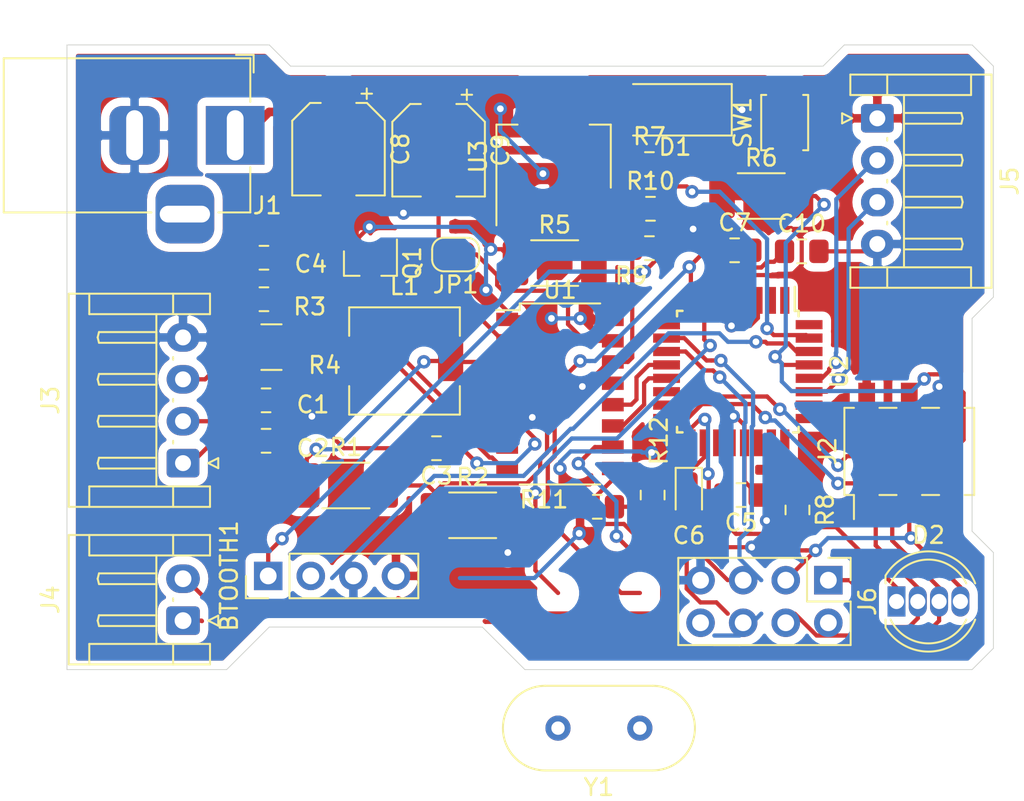
<source format=kicad_pcb>
(kicad_pcb (version 20171130) (host pcbnew "(5.1.10)-1")
  (layers (0 F.Cu signal) (31 B.Cu signal) (34 B.Paste user) (35 F.Paste user) (36 B.SilkS user) (37 F.SilkS user) (38 B.Mask user) (39 F.Mask user) (44 Edge.Cuts user))
  (net 0 "")
  (net 1 "Net-(BTOOTH1-Pad1)")
  (net 2 /Tx)
  (net 3 GND)
  (net 4 +5V)
  (net 5 /AVDD)
  (net 6 "Net-(C3-Pad1)")
  (net 7 "Net-(C4-Pad1)")
  (net 8 "Net-(C4-Pad2)")
  (net 9 "Net-(C5-Pad2)")
  (net 10 XTAL2)
  (net 11 +12V)
  (net 12 XTAL1)
  (net 13 "Net-(D1-Pad2)")
  (net 14 "Net-(D2-Pad1)")
  (net 15 MOSI)
  (net 16 MISO)
  (net 17 PB5)
  (net 18 Reset)
  (net 19 /INA-)
  (net 20 /INA+)
  (net 21 /INB+)
  (net 22 /INB-)
  (net 23 /SCL)
  (net 24 /SDA)
  (net 25 CE)
  (net 26 CS)
  (net 27 "Net-(J6-Pad8)")
  (net 28 "Net-(JP1-Pad1)")
  (net 29 "Net-(L1-Pad2)")
  (net 30 "Net-(Q1-Pad1)")
  (net 31 "Net-(R1-Pad2)")
  (net 32 /Rx)
  (net 33 /D_SCK)
  (net 34 /DAT)
  (module Package_QFP:TQFP-32_7x7mm_P0.8mm (layer F.Cu) (at 72.39 54.61 270)
    (fp_text reference U2 (at 0 -6.05 90) (layer F.SilkS))
    (fp_text value ATmega328P-AU)
    (pad 1 smd rect (at -4.25 -2.8 270) (size 1.6 0.55) (layers F.Cu F.Paste F.Mask))
    (pad 2 smd rect (at -4.25 -2 270) (size 1.6 0.55) (layers F.Cu F.Paste F.Mask))
    (pad 3 smd rect (at -4.25 -1.2 270) (size 1.6 0.55) (layers F.Cu F.Paste F.Mask) (net 3 GND))
    (pad 4 smd rect (at -4.25 -0.4 270) (size 1.6 0.55) (layers F.Cu F.Paste F.Mask) (net 4 +5V))
    (pad 5 smd rect (at -4.25 0.4 270) (size 1.6 0.55) (layers F.Cu F.Paste F.Mask) (net 3 GND))
    (pad 6 smd rect (at -4.25 1.2 270) (size 1.6 0.55) (layers F.Cu F.Paste F.Mask) (net 4 +5V))
    (pad 7 smd rect (at -4.25 2 270) (size 1.6 0.55) (layers F.Cu F.Paste F.Mask) (net 12 XTAL1))
    (pad 8 smd rect (at -4.25 2.8 270) (size 1.6 0.55) (layers F.Cu F.Paste F.Mask) (net 10 XTAL2))
    (pad 9 smd rect (at -2.8 4.25) (size 1.6 0.55) (layers F.Cu F.Paste F.Mask))
    (pad 10 smd rect (at -2 4.25) (size 1.6 0.55) (layers F.Cu F.Paste F.Mask) (net 25 CE))
    (pad 11 smd rect (at -1.2 4.25) (size 1.6 0.55) (layers F.Cu F.Paste F.Mask) (net 26 CS))
    (pad 12 smd rect (at -0.4 4.25) (size 1.6 0.55) (layers F.Cu F.Paste F.Mask) (net 34 /DAT))
    (pad 13 smd rect (at 0.4 4.25) (size 1.6 0.55) (layers F.Cu F.Paste F.Mask) (net 33 /D_SCK))
    (pad 14 smd rect (at 1.2 4.25) (size 1.6 0.55) (layers F.Cu F.Paste F.Mask))
    (pad 15 smd rect (at 2 4.25) (size 1.6 0.55) (layers F.Cu F.Paste F.Mask) (net 15 MOSI))
    (pad 16 smd rect (at 2.8 4.25) (size 1.6 0.55) (layers F.Cu F.Paste F.Mask) (net 16 MISO))
    (pad 17 smd rect (at 4.25 2.8 270) (size 1.6 0.55) (layers F.Cu F.Paste F.Mask) (net 17 PB5))
    (pad 18 smd rect (at 4.25 2 270) (size 1.6 0.55) (layers F.Cu F.Paste F.Mask) (net 4 +5V))
    (pad 19 smd rect (at 4.25 1.2 270) (size 1.6 0.55) (layers F.Cu F.Paste F.Mask))
    (pad 20 smd rect (at 4.25 0.4 270) (size 1.6 0.55) (layers F.Cu F.Paste F.Mask) (net 9 "Net-(C5-Pad2)"))
    (pad 21 smd rect (at 4.25 -0.4 270) (size 1.6 0.55) (layers F.Cu F.Paste F.Mask) (net 3 GND))
    (pad 22 smd rect (at 4.25 -1.2 270) (size 1.6 0.55) (layers F.Cu F.Paste F.Mask))
    (pad 23 smd rect (at 4.25 -2 270) (size 1.6 0.55) (layers F.Cu F.Paste F.Mask))
    (pad 24 smd rect (at 4.25 -2.8 270) (size 1.6 0.55) (layers F.Cu F.Paste F.Mask))
    (pad 25 smd rect (at 2.8 -4.25) (size 1.6 0.55) (layers F.Cu F.Paste F.Mask))
    (pad 26 smd rect (at 2 -4.25) (size 1.6 0.55) (layers F.Cu F.Paste F.Mask))
    (pad 27 smd rect (at 1.2 -4.25) (size 1.6 0.55) (layers F.Cu F.Paste F.Mask) (net 24 /SDA))
    (pad 28 smd rect (at 0.4 -4.25) (size 1.6 0.55) (layers F.Cu F.Paste F.Mask) (net 23 /SCL))
    (pad 29 smd rect (at -0.4 -4.25) (size 1.6 0.55) (layers F.Cu F.Paste F.Mask) (net 18 Reset))
    (pad 30 smd rect (at -1.2 -4.25) (size 1.6 0.55) (layers F.Cu F.Paste F.Mask) (net 2 /Tx))
    (pad 31 smd rect (at -2 -4.25) (size 1.6 0.55) (layers F.Cu F.Paste F.Mask) (net 32 /Rx))
    (pad 32 smd rect (at -2.8 -4.25) (size 1.6 0.55) (layers F.Cu F.Paste F.Mask))
  )
  (module Capacitor_SMD:C_0805_2012Metric_Pad1.15x1.40mm_HandSolder (layer F.Cu) (at 44.2595 56.3245)
    (fp_text reference C1 (at 2.794 0.254) (layer F.SilkS))
    (fp_text value 0.1uF)
    (pad 1 smd roundrect (at -1.025 0) (size 1.15 1.4) (layers F.Cu F.Paste F.Mask) (roundrect_rratio 0.217391) (net 5 /AVDD))
    (pad 2 smd roundrect (at 1.025 0) (size 1.15 1.4) (layers F.Cu F.Paste F.Mask) (roundrect_rratio 0.217391) (net 3 GND))
  )
  (module Capacitor_SMD:C_0805_2012Metric_Pad1.15x1.40mm_HandSolder (layer F.Cu) (at 44.2595 58.7375)
    (fp_text reference C2 (at 2.794 0.4445) (layer F.SilkS))
    (fp_text value 10uF)
    (pad 2 smd roundrect (at 1.025 0) (size 1.15 1.4) (layers F.Cu F.Paste F.Mask) (roundrect_rratio 0.217391) (net 3 GND))
    (pad 1 smd roundrect (at -1.025 0) (size 1.15 1.4) (layers F.Cu F.Paste F.Mask) (roundrect_rratio 0.217391) (net 5 /AVDD))
  )
  (module Capacitor_SMD:C_0805_2012Metric_Pad1.15x1.40mm_HandSolder (layer F.Cu) (at 54.4195 59.182 180)
    (fp_text reference C3 (at 0 -1.65) (layer F.SilkS))
    (fp_text value 0.1uF)
    (pad 2 smd roundrect (at 1.025 0 180) (size 1.15 1.4) (layers F.Cu F.Paste F.Mask) (roundrect_rratio 0.217391) (net 3 GND))
    (pad 1 smd roundrect (at -1.025 0 180) (size 1.15 1.4) (layers F.Cu F.Paste F.Mask) (roundrect_rratio 0.217391) (net 6 "Net-(C3-Pad1)"))
  )
  (module Capacitor_SMD:C_0805_2012Metric_Pad1.15x1.40mm_HandSolder (layer F.Cu) (at 44.1325 47.8155 180)
    (fp_text reference C4 (at -2.794 -0.381) (layer F.SilkS))
    (fp_text value 0.1uF)
    (pad 1 smd roundrect (at -1.025 0 180) (size 1.15 1.4) (layers F.Cu F.Paste F.Mask) (roundrect_rratio 0.217391) (net 7 "Net-(C4-Pad1)"))
    (pad 2 smd roundrect (at 1.025 0 180) (size 1.15 1.4) (layers F.Cu F.Paste F.Mask) (roundrect_rratio 0.217391) (net 8 "Net-(C4-Pad2)"))
  )
  (module Capacitor_SMD:C_0805_2012Metric_Pad1.15x1.40mm_HandSolder (layer F.Cu) (at 72.5805 61.976 180)
    (fp_text reference C5 (at 0 -1.65) (layer F.SilkS))
    (fp_text value 100nF)
    (pad 2 smd roundrect (at 1.025 0 180) (size 1.15 1.4) (layers F.Cu F.Paste F.Mask) (roundrect_rratio 0.217391) (net 9 "Net-(C5-Pad2)"))
    (pad 1 smd roundrect (at -1.025 0 180) (size 1.15 1.4) (layers F.Cu F.Paste F.Mask) (roundrect_rratio 0.217391) (net 3 GND))
  )
  (module Capacitor_Tantalum_SMD:CP_EIA-1608-08_AVX-J_Pad1.25x1.05mm_HandSolder (layer F.Cu) (at 69.469 62.0395 270)
    (fp_text reference C6 (at 2.3495 0 180) (layer F.SilkS))
    (fp_text value 100nF)
    (pad 1 smd roundrect (at -0.8 0 270) (size 1.25 1.05) (layers F.Cu F.Paste F.Mask) (roundrect_rratio 0.238095) (net 4 +5V))
    (pad 2 smd roundrect (at 0.8 0 270) (size 1.25 1.05) (layers F.Cu F.Paste F.Mask) (roundrect_rratio 0.238095) (net 3 GND))
  )
  (module Capacitor_SMD:C_0805_2012Metric_Pad1.15x1.40mm_HandSolder (layer F.Cu) (at 72.1995 47.371)
    (fp_text reference C7 (at 0 -1.65) (layer F.SilkS))
    (fp_text value 22pF)
    (pad 1 smd roundrect (at -1.025 0) (size 1.15 1.4) (layers F.Cu F.Paste F.Mask) (roundrect_rratio 0.217391) (net 10 XTAL2))
    (pad 2 smd roundrect (at 1.025 0) (size 1.15 1.4) (layers F.Cu F.Paste F.Mask) (roundrect_rratio 0.217391) (net 3 GND))
  )
  (module Capacitor_SMD:CP_Elec_5x5.4 (layer F.Cu) (at 48.5775 41.3385 270)
    (fp_text reference C8 (at 0 -3.7 90) (layer F.SilkS))
    (fp_text value "47uF 25V")
    (pad 2 smd roundrect (at 2.2 0 270) (size 3 1.6) (layers F.Cu F.Paste F.Mask) (roundrect_rratio 0.15625) (net 3 GND))
    (pad 1 smd roundrect (at -2.2 0 270) (size 3 1.6) (layers F.Cu F.Paste F.Mask) (roundrect_rratio 0.15625) (net 11 +12V))
  )
  (module Capacitor_SMD:CP_Elec_5x5.4 (layer F.Cu) (at 54.5465 41.402 270)
    (fp_text reference C9 (at 0 -3.7 90) (layer F.SilkS))
    (fp_text value "47uF 25V")
    (pad 1 smd roundrect (at -2.2 0 270) (size 3 1.6) (layers F.Cu F.Paste F.Mask) (roundrect_rratio 0.15625) (net 4 +5V))
    (pad 2 smd roundrect (at 2.2 0 270) (size 3 1.6) (layers F.Cu F.Paste F.Mask) (roundrect_rratio 0.15625) (net 3 GND))
  )
  (module Capacitor_SMD:C_0805_2012Metric_Pad1.15x1.40mm_HandSolder (layer F.Cu) (at 76.2 47.4345)
    (fp_text reference C10 (at 0 -1.65) (layer F.SilkS))
    (fp_text value 22pF)
    (pad 1 smd roundrect (at -1.025 0) (size 1.15 1.4) (layers F.Cu F.Paste F.Mask) (roundrect_rratio 0.217391) (net 12 XTAL1))
    (pad 2 smd roundrect (at 1.025 0) (size 1.15 1.4) (layers F.Cu F.Paste F.Mask) (roundrect_rratio 0.217391) (net 3 GND))
  )
  (module LED_SMD:LED_2010_5025Metric_Castellated (layer F.Cu) (at 68.6435 38.989 180)
    (fp_text reference D1 (at 0 -2.22) (layer F.SilkS))
    (fp_text value LED)
    (pad 1 smd roundrect (at -2.275 0 180) (size 1.7 2.55) (layers F.Cu F.Paste F.Mask) (roundrect_rratio 0.147059) (net 3 GND))
    (pad 2 smd roundrect (at 2.275 0 180) (size 1.7 2.55) (layers F.Cu F.Paste F.Mask) (roundrect_rratio 0.147059) (net 13 "Net-(D1-Pad2)"))
  )
  (module LED_THT:LED_D5.0mm-4_RGB (layer F.Cu) (at 81.8515 68.326)
    (fp_text reference D2 (at 1.905 -3.96) (layer F.SilkS))
    (fp_text value LED_CRGB)
    (pad 1 thru_hole rect (at 0 0) (size 1.07 1.8) (drill 0.9) (layers *.Cu *.Mask) (net 14 "Net-(D2-Pad1)"))
    (pad 2 thru_hole oval (at 1.27 0) (size 1.07 1.8) (drill 0.9) (layers *.Cu *.Mask) (net 16 MISO))
    (pad 3 thru_hole oval (at 2.54 0) (size 1.07 1.8) (drill 0.9) (layers *.Cu *.Mask) (net 15 MOSI))
    (pad 4 thru_hole oval (at 3.81 0) (size 1.07 1.8) (drill 0.9) (layers *.Cu *.Mask) (net 17 PB5))
  )
  (module Connector_BarrelJack:BarrelJack_Horizontal (layer F.Cu) (at 42.418 40.513)
    (fp_text reference J1 (at 1.913499 4.191) (layer F.SilkS))
    (fp_text value DC_IN)
    (pad 1 thru_hole rect (at 0 0) (size 3.5 3.5) (drill oval 1 3) (layers *.Cu *.Mask) (net 11 +12V))
    (pad 2 thru_hole roundrect (at -6 0) (size 3 3.5) (drill oval 1 3) (layers *.Cu *.Mask) (net 3 GND))
    (pad 3 thru_hole roundrect (at -3 4.7) (size 3.5 3.5) (drill oval 3 1) (layers *.Cu *.Mask))
  )
  (module Connector_JST:JST_EH_S4B-EH_1x04_P2.50mm_Horizontal (layer F.Cu) (at 39.3065 60.071 90)
    (fp_text reference J3 (at 3.75 -7.9 90) (layer F.SilkS))
    (fp_text value "Load Cell")
    (pad 4 thru_hole oval (at 7.5 0 90) (size 1.7 1.95) (drill 0.95) (layers *.Cu *.Mask) (net 3 GND))
    (pad 3 thru_hole oval (at 5 0 90) (size 1.7 1.95) (drill 0.95) (layers *.Cu *.Mask) (net 19 /INA-))
    (pad 2 thru_hole oval (at 2.5 0 90) (size 1.7 1.95) (drill 0.95) (layers *.Cu *.Mask) (net 20 /INA+))
    (pad 1 thru_hole roundrect (at 0 0 90) (size 1.7 1.95) (drill 0.95) (layers *.Cu *.Mask) (roundrect_rratio 0.147059) (net 5 /AVDD))
  )
  (module Connector_JST:JST_EH_S2B-EH_1x02_P2.50mm_Horizontal (layer F.Cu) (at 39.3065 69.469 90)
    (fp_text reference J4 (at 1.25 -7.9 90) (layer F.SilkS))
    (fp_text value ChB)
    (pad 1 thru_hole roundrect (at 0 0 90) (size 1.7 2) (drill 1) (layers *.Cu *.Mask) (roundrect_rratio 0.147059) (net 21 /INB+))
    (pad 2 thru_hole oval (at 2.5 0 90) (size 1.7 2) (drill 1) (layers *.Cu *.Mask) (net 22 /INB-))
  )
  (module Connector_JST:JST_EH_S4B-EH_1x04_P2.50mm_Horizontal (layer F.Cu) (at 80.7085 39.497 270)
    (fp_text reference J5 (at 3.75 -7.9 90) (layer F.SilkS))
    (fp_text value LCD)
    (pad 1 thru_hole roundrect (at 0 0 270) (size 1.7 1.95) (drill 0.95) (layers *.Cu *.Mask) (roundrect_rratio 0.147059) (net 4 +5V))
    (pad 2 thru_hole oval (at 2.5 0 270) (size 1.7 1.95) (drill 0.95) (layers *.Cu *.Mask) (net 23 /SCL))
    (pad 3 thru_hole oval (at 5 0 270) (size 1.7 1.95) (drill 0.95) (layers *.Cu *.Mask) (net 24 /SDA))
    (pad 4 thru_hole oval (at 7.5 0 270) (size 1.7 1.95) (drill 0.95) (layers *.Cu *.Mask) (net 3 GND))
  )
  (module Jumper:SolderJumper-2_P1.3mm_Open_RoundedPad1.0x1.5mm (layer F.Cu) (at 55.5625 47.625 180)
    (fp_text reference JP1 (at 0 -1.8) (layer F.SilkS))
    (fp_text value sjp)
    (pad 1 smd custom (at -0.65 0 180) (size 1 0.5) (layers F.Cu F.Mask) (net 28 "Net-(JP1-Pad1)") (options (clearance outline) (anchor rect)) (primitives (gr_circle (center 0 0.25) (end 0.5 0.25) (width 0)) (gr_circle (center 0 -0.25) (end 0.5 -0.25) (width 0)) (gr_poly (pts (xy 0 -0.75) (xy 0.5 -0.75) (xy 0.5 0.75) (xy 0 0.75)) (width 0))))
    (pad 2 smd custom (at 0.65 0 180) (size 1 0.5) (layers F.Cu F.Mask) (net 3 GND) (options (clearance outline) (anchor rect)) (primitives (gr_circle (center 0 0.25) (end 0.5 0.25) (width 0)) (gr_circle (center 0 -0.25) (end 0.5 -0.25) (width 0)) (gr_poly (pts (xy 0 -0.75) (xy -0.5 -0.75) (xy -0.5 0.75) (xy 0 0.75)) (width 0))))
  )
  (module Inductor_SMD:L_6.3x6.3_H3 (layer F.Cu) (at 52.5145 53.975)
    (fp_text reference L1 (at 0 -4.45) (layer F.SilkS))
    (fp_text value 3.3uH)
    (pad 1 smd rect (at -2.75 0) (size 1.5 2.4) (layers F.Cu F.Paste F.Mask) (net 5 /AVDD))
    (pad 2 smd rect (at 2.75 0) (size 1.5 2.4) (layers F.Cu F.Paste F.Mask) (net 29 "Net-(L1-Pad2)"))
  )
  (module Package_TO_SOT_SMD:SOT-23 (layer F.Cu) (at 50.4825 48.133 270)
    (fp_text reference Q1 (at 0 -2.5 90) (layer F.SilkS))
    (fp_text value 2N4403)
    (pad 1 smd rect (at -1 -0.95 270) (size 0.9 0.8) (layers F.Cu F.Paste F.Mask) (net 30 "Net-(Q1-Pad1)"))
    (pad 2 smd rect (at -1 0.95 270) (size 0.9 0.8) (layers F.Cu F.Paste F.Mask) (net 4 +5V))
    (pad 3 smd rect (at 1 0 270) (size 0.9 0.8) (layers F.Cu F.Paste F.Mask) (net 29 "Net-(L1-Pad2)"))
  )
  (module Resistor_SMD:R_2010_5025Metric_Pad1.52x2.65mm_HandSolder (layer F.Cu) (at 49.022 61.4045)
    (fp_text reference R1 (at 0 -2.28) (layer F.SilkS))
    (fp_text value 20K)
    (pad 2 smd roundrect (at 2.3375 0) (size 1.525 2.65) (layers F.Cu F.Paste F.Mask) (roundrect_rratio 0.163934) (net 31 "Net-(R1-Pad2)"))
    (pad 1 smd roundrect (at -2.3375 0) (size 1.525 2.65) (layers F.Cu F.Paste F.Mask) (roundrect_rratio 0.163934) (net 29 "Net-(L1-Pad2)"))
  )
  (module Resistor_SMD:R_2010_5025Metric_Pad1.52x2.65mm_HandSolder (layer F.Cu) (at 56.5785 63.1825)
    (fp_text reference R2 (at 0 -2.28) (layer F.SilkS))
    (fp_text value 8.2K)
    (pad 1 smd roundrect (at -2.3375 0) (size 1.525 2.65) (layers F.Cu F.Paste F.Mask) (roundrect_rratio 0.163934) (net 31 "Net-(R1-Pad2)"))
    (pad 2 smd roundrect (at 2.3375 0) (size 1.525 2.65) (layers F.Cu F.Paste F.Mask) (roundrect_rratio 0.163934) (net 3 GND))
  )
  (module Resistor_SMD:R_0805_2012Metric_Pad1.15x1.40mm_HandSolder (layer F.Cu) (at 44.1325 50.292 180)
    (fp_text reference R3 (at -2.7305 -0.4445) (layer F.SilkS))
    (fp_text value 100)
    (pad 1 smd roundrect (at -1.025 0 180) (size 1.15 1.4) (layers F.Cu F.Paste F.Mask) (roundrect_rratio 0.217391) (net 7 "Net-(C4-Pad1)"))
    (pad 2 smd roundrect (at 1.025 0 180) (size 1.15 1.4) (layers F.Cu F.Paste F.Mask) (roundrect_rratio 0.217391) (net 19 /INA-))
  )
  (module Resistor_SMD:R_1210_3225Metric (layer F.Cu) (at 44.58 53.1495)
    (fp_text reference R4 (at 3.172 1.0795) (layer F.SilkS))
    (fp_text value 100)
    (pad 1 smd roundrect (at -1.4 0) (size 1.25 2.65) (layers F.Cu F.Paste F.Mask) (roundrect_rratio 0.2) (net 8 "Net-(C4-Pad2)"))
    (pad 2 smd roundrect (at 1.4 0) (size 1.25 2.65) (layers F.Cu F.Paste F.Mask) (roundrect_rratio 0.2) (net 20 /INA+))
  )
  (module Resistor_SMD:R_2010_5025Metric_Pad1.52x2.65mm_HandSolder (layer F.Cu) (at 61.468 48.133)
    (fp_text reference R5 (at 0 -2.28) (layer F.SilkS))
    (fp_text value 10K)
    (pad 1 smd roundrect (at -2.3375 0) (size 1.525 2.65) (layers F.Cu F.Paste F.Mask) (roundrect_rratio 0.163934) (net 4 +5V))
    (pad 2 smd roundrect (at 2.3375 0) (size 1.525 2.65) (layers F.Cu F.Paste F.Mask) (roundrect_rratio 0.163934) (net 28 "Net-(JP1-Pad1)"))
  )
  (module Resistor_SMD:R_2010_5025Metric_Pad1.52x2.65mm_HandSolder (layer F.Cu) (at 73.787 44.1325)
    (fp_text reference R6 (at 0 -2.28) (layer F.SilkS))
    (fp_text value 10K)
    (pad 2 smd roundrect (at 2.3375 0) (size 1.525 2.65) (layers F.Cu F.Paste F.Mask) (roundrect_rratio 0.163934) (net 18 Reset))
    (pad 1 smd roundrect (at -2.3375 0) (size 1.525 2.65) (layers F.Cu F.Paste F.Mask) (roundrect_rratio 0.163934) (net 4 +5V))
  )
  (module Resistor_SMD:R_0805_2012Metric_Pad1.15x1.40mm_HandSolder (layer F.Cu) (at 67.1195 42.2275)
    (fp_text reference R7 (at 0 -1.65) (layer F.SilkS))
    (fp_text value 330)
    (pad 1 smd roundrect (at -1.025 0) (size 1.15 1.4) (layers F.Cu F.Paste F.Mask) (roundrect_rratio 0.217391) (net 13 "Net-(D1-Pad2)"))
    (pad 2 smd roundrect (at 1.025 0) (size 1.15 1.4) (layers F.Cu F.Paste F.Mask) (roundrect_rratio 0.217391) (net 4 +5V))
  )
  (module Resistor_SMD:R_0805_2012Metric_Pad1.15x1.40mm_HandSolder (layer F.Cu) (at 75.946 62.865 270)
    (fp_text reference R8 (at 0 -1.65 90) (layer F.SilkS))
    (fp_text value 330)
    (pad 2 smd roundrect (at 1.025 0 270) (size 1.15 1.4) (layers F.Cu F.Paste F.Mask) (roundrect_rratio 0.217391) (net 14 "Net-(D2-Pad1)"))
    (pad 1 smd roundrect (at -1.025 0 270) (size 1.15 1.4) (layers F.Cu F.Paste F.Mask) (roundrect_rratio 0.217391) (net 3 GND))
  )
  (module Resistor_SMD:R_0805_2012Metric_Pad1.15x1.40mm_HandSolder (layer F.Cu) (at 67.1195 47.244 180)
    (fp_text reference R9 (at 1.0795 -1.65) (layer F.SilkS))
    (fp_text value 2K)
    (pad 2 smd roundrect (at 1.025 0 180) (size 1.15 1.4) (layers F.Cu F.Paste F.Mask) (roundrect_rratio 0.217391) (net 3 GND))
    (pad 1 smd roundrect (at -1.025 0 180) (size 1.15 1.4) (layers F.Cu F.Paste F.Mask) (roundrect_rratio 0.217391) (net 1 "Net-(BTOOTH1-Pad1)"))
  )
  (module Resistor_SMD:R_0805_2012Metric_Pad1.15x1.40mm_HandSolder (layer F.Cu) (at 67.183 44.8945)
    (fp_text reference R10 (at 0 -1.65) (layer F.SilkS))
    (fp_text value 1K)
    (pad 1 smd roundrect (at -1.025 0) (size 1.15 1.4) (layers F.Cu F.Paste F.Mask) (roundrect_rratio 0.217391) (net 32 /Rx))
    (pad 2 smd roundrect (at 1.025 0) (size 1.15 1.4) (layers F.Cu F.Paste F.Mask) (roundrect_rratio 0.217391) (net 1 "Net-(BTOOTH1-Pad1)"))
  )
  (module Resistor_SMD:R_0805_2012Metric_Pad1.15x1.40mm_HandSolder (layer F.Cu) (at 64.008 62.6745 180)
    (fp_text reference R11 (at 3.181499 0.423499) (layer F.SilkS))
    (fp_text value 1K)
    (pad 2 smd roundrect (at 1.025 0 180) (size 1.15 1.4) (layers F.Cu F.Paste F.Mask) (roundrect_rratio 0.217391) (net 4 +5V))
    (pad 1 smd roundrect (at -1.025 0 180) (size 1.15 1.4) (layers F.Cu F.Paste F.Mask) (roundrect_rratio 0.217391) (net 27 "Net-(J6-Pad8)"))
  )
  (module Resistor_SMD:R_0805_2012Metric_Pad1.15x1.40mm_HandSolder (layer F.Cu) (at 67.31 61.976 90)
    (fp_text reference R12 (at 3.2385 0.381 90) (layer F.SilkS))
    (fp_text value 2K)
    (pad 1 smd roundrect (at -1.025 0 90) (size 1.15 1.4) (layers F.Cu F.Paste F.Mask) (roundrect_rratio 0.217391) (net 27 "Net-(J6-Pad8)"))
    (pad 2 smd roundrect (at 1.025 0 90) (size 1.15 1.4) (layers F.Cu F.Paste F.Mask) (roundrect_rratio 0.217391) (net 3 GND))
  )
  (module Button_Switch_SMD:SW_SPST_B3U-1000P (layer F.Cu) (at 75.184 39.751 90)
    (fp_text reference SW1 (at 0 -2.5 90) (layer F.SilkS))
    (fp_text value SW_Push)
    (pad 1 smd rect (at -1.7 0 90) (size 0.9 1.7) (layers F.Cu F.Paste F.Mask) (net 18 Reset))
    (pad 2 smd rect (at 1.7 0 90) (size 0.9 1.7) (layers F.Cu F.Paste F.Mask) (net 3 GND))
  )
  (module Package_SO:SOP-16_4.4x10.4mm_P1.27mm (layer F.Cu) (at 61.7855 55.9435)
    (fp_text reference U1 (at 0 -6.2) (layer F.SilkS))
    (fp_text value HX711)
    (pad 1 smd rect (at -3.15 -4.45) (size 1.3 0.8) (layers F.Cu F.Paste F.Mask) (net 4 +5V))
    (pad 2 smd rect (at -3.15 -3.17) (size 1.3 0.8) (layers F.Cu F.Paste F.Mask) (net 30 "Net-(Q1-Pad1)"))
    (pad 3 smd rect (at -3.15 -1.91) (size 1.3 0.8) (layers F.Cu F.Paste F.Mask) (net 29 "Net-(L1-Pad2)"))
    (pad 4 smd rect (at -3.15 -0.64) (size 1.3 0.8) (layers F.Cu F.Paste F.Mask) (net 31 "Net-(R1-Pad2)"))
    (pad 5 smd rect (at -3.15 0.64) (size 1.3 0.8) (layers F.Cu F.Paste F.Mask) (net 3 GND))
    (pad 6 smd rect (at -3.15 1.91) (size 1.3 0.8) (layers F.Cu F.Paste F.Mask) (net 6 "Net-(C3-Pad1)"))
    (pad 7 smd rect (at -3.15 3.17) (size 1.3 0.8) (layers F.Cu F.Paste F.Mask) (net 7 "Net-(C4-Pad1)"))
    (pad 8 smd rect (at -3.15 4.45) (size 1.3 0.8) (layers F.Cu F.Paste F.Mask) (net 8 "Net-(C4-Pad2)"))
    (pad 9 smd rect (at 3.15 4.45) (size 1.3 0.8) (layers F.Cu F.Paste F.Mask) (net 21 /INB+))
    (pad 10 smd rect (at 3.15 3.17) (size 1.3 0.8) (layers F.Cu F.Paste F.Mask) (net 22 /INB-))
    (pad 11 smd rect (at 3.15 1.91) (size 1.3 0.8) (layers F.Cu F.Paste F.Mask) (net 33 /D_SCK))
    (pad 12 smd rect (at 3.15 0.64) (size 1.3 0.8) (layers F.Cu F.Paste F.Mask) (net 34 /DAT))
    (pad 13 smd rect (at 3.15 -0.64) (size 1.3 0.8) (layers F.Cu F.Paste F.Mask))
    (pad 14 smd rect (at 3.15 -1.91) (size 1.3 0.8) (layers F.Cu F.Paste F.Mask) (net 3 GND))
    (pad 15 smd rect (at 3.15 -3.17) (size 1.3 0.8) (layers F.Cu F.Paste F.Mask) (net 28 "Net-(JP1-Pad1)"))
    (pad 16 smd rect (at 3.15 -4.45) (size 1.3 0.8) (layers F.Cu F.Paste F.Mask) (net 4 +5V))
  )
  (module Package_TO_SOT_SMD:SOT-223-3_TabPin2 (layer F.Cu) (at 61.4045 41.783 90)
    (fp_text reference U3 (at 0 -4.5 90) (layer F.SilkS))
    (fp_text value AMS1117-5.0)
    (pad 2 smd rect (at 3.15 0 90) (size 2 3.8) (layers F.Cu F.Paste F.Mask) (net 4 +5V))
    (pad 2 smd rect (at -3.15 0 90) (size 2 1.5) (layers F.Cu F.Paste F.Mask) (net 4 +5V))
    (pad 3 smd rect (at -3.15 2.3 90) (size 2 1.5) (layers F.Cu F.Paste F.Mask) (net 11 +12V))
    (pad 1 smd rect (at -3.15 -2.3 90) (size 2 1.5) (layers F.Cu F.Paste F.Mask) (net 3 GND))
  )
  (module Crystal:Crystal_HC49-4H_Vertical (layer F.Cu) (at 66.548 75.8825 180)
    (fp_text reference Y1 (at 2.44 -3.525) (layer F.SilkS))
    (fp_text value 16MHz)
    (pad 1 thru_hole circle (at 0 0 180) (size 1.5 1.5) (drill 0.8) (layers *.Cu *.Mask) (net 10 XTAL2))
    (pad 2 thru_hole circle (at 4.88 0 180) (size 1.5 1.5) (drill 0.8) (layers *.Cu *.Mask) (net 12 XTAL1))
  )
  (module Connector_PinHeader_2.54mm:PinHeader_1x04_P2.54mm_Vertical (layer F.Cu) (at 44.3865 66.802 90)
    (fp_text reference BTOOTH1 (at 0 -2.33 90) (layer F.SilkS))
    (fp_text value BTooth)
    (pad 1 thru_hole rect (at 0 0 90) (size 1.7 1.7) (drill 1) (layers *.Cu *.Mask) (net 1 "Net-(BTOOTH1-Pad1)"))
    (pad 2 thru_hole oval (at 0 2.54 90) (size 1.7 1.7) (drill 1) (layers *.Cu *.Mask) (net 2 /Tx))
    (pad 3 thru_hole oval (at 0 5.08 90) (size 1.7 1.7) (drill 1) (layers *.Cu *.Mask) (net 3 GND))
    (pad 4 thru_hole oval (at 0 7.62 90) (size 1.7 1.7) (drill 1) (layers *.Cu *.Mask) (net 4 +5V))
  )
  (module Connector_PinHeader_2.54mm:PinHeader_2x03_P2.54mm_Vertical_SMD (layer F.Cu) (at 82.6135 59.3725 90)
    (fp_text reference J2 (at 0 -4.87 90) (layer F.SilkS))
    (fp_text value ICSP)
    (pad 1 smd rect (at -2.525 -2.54 90) (size 3.15 1) (layers F.Cu F.Paste F.Mask) (net 16 MISO))
    (pad 2 smd rect (at 2.525 -2.54 90) (size 3.15 1) (layers F.Cu F.Paste F.Mask) (net 4 +5V))
    (pad 3 smd rect (at -2.525 0 90) (size 3.15 1) (layers F.Cu F.Paste F.Mask) (net 17 PB5))
    (pad 4 smd rect (at 2.525 0 90) (size 3.15 1) (layers F.Cu F.Paste F.Mask) (net 15 MOSI))
    (pad 5 smd rect (at -2.525 2.54 90) (size 3.15 1) (layers F.Cu F.Paste F.Mask) (net 18 Reset))
    (pad 6 smd rect (at 2.525 2.54 90) (size 3.15 1) (layers F.Cu F.Paste F.Mask) (net 3 GND))
  )
  (module Connector_PinHeader_2.54mm:PinHeader_2x04_P2.54mm_Vertical (layer F.Cu) (at 77.7875 67.056 270)
    (fp_text reference J6 (at 1.27 -2.33 90) (layer F.SilkS))
    (fp_text value nRF24L01)
    (pad 1 thru_hole rect (at 0 0 270) (size 1.7 1.7) (drill 1) (layers *.Cu *.Mask) (net 16 MISO))
    (pad 2 thru_hole oval (at 2.54 0 270) (size 1.7 1.7) (drill 1) (layers *.Cu *.Mask))
    (pad 3 thru_hole oval (at 0 2.54 270) (size 1.7 1.7) (drill 1) (layers *.Cu *.Mask) (net 17 PB5))
    (pad 4 thru_hole oval (at 2.54 2.54 270) (size 1.7 1.7) (drill 1) (layers *.Cu *.Mask) (net 15 MOSI))
    (pad 5 thru_hole oval (at 0 5.08 270) (size 1.7 1.7) (drill 1) (layers *.Cu *.Mask) (net 25 CE))
    (pad 6 thru_hole oval (at 2.54 5.08 270) (size 1.7 1.7) (drill 1) (layers *.Cu *.Mask) (net 26 CS))
    (pad 7 thru_hole oval (at 0 7.62 270) (size 1.7 1.7) (drill 1) (layers *.Cu *.Mask) (net 3 GND))
    (pad 8 thru_hole oval (at 2.54 7.62 270) (size 1.7 1.7) (drill 1) (layers *.Cu *.Mask) (net 27 "Net-(J6-Pad8)"))
  )
  (gr_line (start 86.36 35.1155) (end 87.63 36.3855) (layer Edge.Cuts) (width 0.05))
  (gr_line (start 78.74 35.1155) (end 86.36 35.1155) (layer Edge.Cuts) (width 0.05))
  (gr_line (start 77.47 36.3855) (end 78.74 35.1155) (layer Edge.Cuts) (width 0.05))
  (gr_line (start 87.63 50.165) (end 87.63 36.3855) (layer Edge.Cuts) (width 0.05))
  (gr_line (start 45.72 36.3855) (end 77.47 36.3855) (layer Edge.Cuts) (width 0.05))
  (gr_line (start 44.45 35.1155) (end 45.72 36.3855) (layer Edge.Cuts) (width 0.05))
  (gr_line (start 32.385 35.1155) (end 44.45 35.1155) (layer Edge.Cuts) (width 0.05))
  (gr_line (start 32.385 72.39) (end 32.385 35.1155) (layer Edge.Cuts) (width 0.05))
  (gr_line (start 87.63 71.12) (end 86.36 72.39) (layer Edge.Cuts) (width 0.05))
  (gr_line (start 87.63 65.405) (end 87.63 71.12) (layer Edge.Cuts) (width 0.05))
  (gr_line (start 87.63 65.405) (end 86.36 64.135) (layer Edge.Cuts) (width 0.05))
  (gr_line (start 86.36 51.435) (end 87.63 50.165) (layer Edge.Cuts) (width 0.05))
  (gr_line (start 86.36 64.135) (end 86.36 51.435) (layer Edge.Cuts) (width 0.05))
  (gr_line (start 59.69 72.39) (end 86.36 72.39) (layer Edge.Cuts) (width 0.05))
  (gr_line (start 57.15 69.85) (end 59.69 72.39) (layer Edge.Cuts) (width 0.05))
  (gr_line (start 57.0865 69.85) (end 57.15 69.85) (layer Edge.Cuts) (width 0.05))
  (gr_line (start 44.45 69.85) (end 57.0865 69.85) (layer Edge.Cuts) (width 0.05))
  (gr_line (start 41.91 72.39) (end 44.45 69.85) (layer Edge.Cuts) (width 0.05))
  (gr_line (start 32.385 72.39) (end 41.91 72.39) (layer Edge.Cuts) (width 0.05))
  (via (at 45.212 64.5795) (size 0.8) (drill 0.4) (layers F.Cu B.Cu) (net 1))
  (segment (start 44.3865 66.929) (end 44.3865 65.405) (width 0.254) (layer F.Cu) (net 1))
  (segment (start 44.3865 65.405) (end 45.212 64.5795) (width 0.254) (layer F.Cu) (net 1))
  (segment (start 68.208 44.8945) (end 68.208 47.254381) (width 0.254) (layer F.Cu) (net 1))
  (segment (start 66.253825 48.642871) (end 66.81951 48.642871) (width 0.254) (layer B.Cu) (net 1))
  (segment (start 68.208 47.254381) (end 67.219509 48.242872) (width 0.254) (layer F.Cu) (net 1))
  (segment (start 61.148629 48.642871) (end 66.253825 48.642871) (width 0.254) (layer B.Cu) (net 1))
  (segment (start 67.219509 48.242872) (end 66.81951 48.642871) (width 0.254) (layer F.Cu) (net 1))
  (segment (start 45.212 64.5795) (end 61.148629 48.642871) (width 0.254) (layer B.Cu) (net 1))
  (via (at 66.81951 48.642871) (size 0.8) (drill 0.4) (layers F.Cu B.Cu) (net 1))
  (via (at 73.4695 52.832) (size 0.8) (drill 0.4) (layers F.Cu B.Cu) (net 2))
  (segment (start 74.133684 52.930499) (end 74.035185 52.832) (width 0.254) (layer F.Cu) (net 2))
  (segment (start 74.035185 52.832) (end 73.4695 52.832) (width 0.254) (layer F.Cu) (net 2))
  (segment (start 75.405961 52.930499) (end 74.133684 52.930499) (width 0.254) (layer F.Cu) (net 2))
  (segment (start 76.64 53.41) (end 75.885462 53.41) (width 0.254) (layer F.Cu) (net 2))
  (segment (start 75.885462 53.41) (end 75.405961 52.930499) (width 0.254) (layer F.Cu) (net 2))
  (segment (start 71.802831 52.832) (end 72.903815 52.832) (width 0.254) (layer B.Cu) (net 2))
  (segment (start 71.294831 52.324) (end 71.802831 52.832) (width 0.254) (layer B.Cu) (net 2))
  (segment (start 59.615192 60.833) (end 62.426214 58.021978) (width 0.254) (layer B.Cu) (net 2))
  (segment (start 68.2625 52.324) (end 71.294831 52.324) (width 0.254) (layer B.Cu) (net 2))
  (segment (start 72.903815 52.832) (end 73.4695 52.832) (width 0.254) (layer B.Cu) (net 2))
  (segment (start 62.426214 58.021978) (end 62.564522 58.021978) (width 0.254) (layer B.Cu) (net 2))
  (segment (start 62.564522 58.021978) (end 68.2625 52.324) (width 0.254) (layer B.Cu) (net 2))
  (segment (start 48.1965 66.929) (end 54.2925 60.833) (width 0.254) (layer B.Cu) (net 2))
  (segment (start 54.2925 60.833) (end 59.615192 60.833) (width 0.254) (layer B.Cu) (net 2))
  (segment (start 54.483 43.5385) (end 54.5465 43.602) (width 0.25) (layer F.Cu) (net 3))
  (segment (start 48.5775 43.5385) (end 54.483 43.5385) (width 0.25) (layer F.Cu) (net 3))
  (segment (start 54.5465 47.259) (end 54.9125 47.625) (width 0.25) (layer F.Cu) (net 3))
  (segment (start 54.5465 43.602) (end 54.5465 47.259) (width 0.25) (layer F.Cu) (net 3))
  (segment (start 55.8775 44.933) (end 54.5465 43.602) (width 0.25) (layer F.Cu) (net 3))
  (segment (start 59.1045 44.933) (end 55.8775 44.933) (width 0.25) (layer F.Cu) (net 3))
  (via (at 52.451 45.1485) (size 0.8) (drill 0.4) (layers F.Cu B.Cu) (net 3))
  (segment (start 54.5465 43.602) (end 53 45.1485) (width 0.25) (layer F.Cu) (net 3))
  (segment (start 53 45.1485) (end 52.451 45.1485) (width 0.25) (layer F.Cu) (net 3))
  (segment (start 52.451 45.1485) (end 52.451 45.2755) (width 0.25) (layer B.Cu) (net 3))
  (via (at 72.009 51.8795) (size 0.8) (drill 0.4) (layers F.Cu B.Cu) (net 3))
  (segment (start 71.99 51.8605) (end 72.009 51.8795) (width 0.25) (layer F.Cu) (net 3))
  (segment (start 71.99 50.36) (end 71.99 51.8605) (width 0.25) (layer F.Cu) (net 3))
  (via (at 46.99 57.277) (size 0.8) (drill 0.4) (layers F.Cu B.Cu) (net 3))
  (segment (start 45.2845 56.3245) (end 46.0375 56.3245) (width 0.25) (layer F.Cu) (net 3))
  (segment (start 46.0375 56.3245) (end 46.99 57.277) (width 0.25) (layer F.Cu) (net 3))
  (segment (start 45.2845 58.7375) (end 45.2845 56.3245) (width 0.25) (layer F.Cu) (net 3))
  (segment (start 48.895 59.182) (end 53.3945 59.182) (width 0.25) (layer F.Cu) (net 3))
  (segment (start 46.99 57.277) (end 48.895 59.182) (width 0.25) (layer F.Cu) (net 3))
  (segment (start 59.3775 56.5835) (end 60.1345 57.3405) (width 0.25) (layer F.Cu) (net 3))
  (segment (start 58.6355 56.5835) (end 59.3775 56.5835) (width 0.25) (layer F.Cu) (net 3))
  (via (at 60.1345 57.3405) (size 0.8) (drill 0.4) (layers F.Cu B.Cu) (net 3))
  (segment (start 69.469 64.7375) (end 71.7875 67.056) (width 0.25) (layer F.Cu) (net 3))
  (segment (start 69.469 62.8395) (end 69.469 64.7375) (width 0.25) (layer F.Cu) (net 3))
  (segment (start 69.1985 62.8395) (end 69.469 62.8395) (width 0.25) (layer F.Cu) (net 3))
  (segment (start 67.31 60.951) (end 69.1985 62.8395) (width 0.25) (layer F.Cu) (net 3))
  (segment (start 72.79 61.1605) (end 73.6055 61.976) (width 0.25) (layer F.Cu) (net 3))
  (segment (start 72.79 58.86) (end 72.79 61.1605) (width 0.25) (layer F.Cu) (net 3))
  (via (at 73.215498 65.0875) (size 0.8) (drill 0.4) (layers F.Cu B.Cu) (net 3))
  (segment (start 72.649813 65.0875) (end 73.215498 65.0875) (width 0.25) (layer F.Cu) (net 3))
  (segment (start 71.717 65.0875) (end 72.649813 65.0875) (width 0.25) (layer F.Cu) (net 3))
  (segment (start 69.469 62.8395) (end 71.717 65.0875) (width 0.25) (layer F.Cu) (net 3))
  (segment (start 74.286 63.5) (end 74.1045 63.5) (width 0.25) (layer F.Cu) (net 3))
  (segment (start 73.215498 65.0875) (end 74.1045 64.198498) (width 0.25) (layer B.Cu) (net 3))
  (segment (start 74.1045 64.065685) (end 74.1045 63.5) (width 0.25) (layer B.Cu) (net 3))
  (via (at 74.1045 63.5) (size 0.8) (drill 0.4) (layers F.Cu B.Cu) (net 3))
  (segment (start 74.1045 64.198498) (end 74.1045 64.065685) (width 0.25) (layer B.Cu) (net 3))
  (segment (start 75.946 61.84) (end 74.286 63.5) (width 0.25) (layer F.Cu) (net 3))
  (segment (start 73.669 62.0395) (end 73.6055 61.976) (width 0.25) (layer F.Cu) (net 3))
  (segment (start 75.946 61.84) (end 75.7465 62.0395) (width 0.25) (layer F.Cu) (net 3))
  (segment (start 75.7465 62.0395) (end 73.669 62.0395) (width 0.25) (layer F.Cu) (net 3))
  (via (at 58.674 65.405) (size 0.8) (drill 0.4) (layers F.Cu B.Cu) (net 3))
  (segment (start 58.916 63.1825) (end 58.916 65.163) (width 0.25) (layer F.Cu) (net 3))
  (segment (start 58.916 65.163) (end 58.674 65.405) (width 0.25) (layer F.Cu) (net 3))
  (segment (start 65.8355 54.0335) (end 64.9355 54.0335) (width 0.25) (layer F.Cu) (net 3))
  (segment (start 66.0945 53.7745) (end 65.8355 54.0335) (width 0.25) (layer F.Cu) (net 3))
  (segment (start 66.0945 47.244) (end 66.0945 53.7745) (width 0.25) (layer F.Cu) (net 3))
  (segment (start 61.2775 57.3405) (end 62.719001 55.898999) (width 0.25) (layer B.Cu) (net 3))
  (segment (start 64.6855 54.0335) (end 63.22 55.499) (width 0.25) (layer F.Cu) (net 3))
  (segment (start 60.1345 57.3405) (end 61.2775 57.3405) (width 0.25) (layer B.Cu) (net 3))
  (segment (start 63.22 55.499) (end 63.119 55.499) (width 0.25) (layer F.Cu) (net 3))
  (segment (start 64.9355 54.0335) (end 64.6855 54.0335) (width 0.25) (layer F.Cu) (net 3))
  (segment (start 62.719001 55.898999) (end 63.119 55.499) (width 0.25) (layer B.Cu) (net 3))
  (via (at 63.119 55.499) (size 0.8) (drill 0.4) (layers F.Cu B.Cu) (net 3))
  (segment (start 72.574685 51.8795) (end 72.009 51.8795) (width 0.25) (layer F.Cu) (net 3))
  (segment (start 73.1205 51.8795) (end 72.574685 51.8795) (width 0.25) (layer F.Cu) (net 3))
  (segment (start 73.59 51.41) (end 73.1205 51.8795) (width 0.25) (layer F.Cu) (net 3))
  (segment (start 73.59 50.36) (end 73.59 51.41) (width 0.25) (layer F.Cu) (net 3))
  (via (at 72.644 38.989) (size 0.8) (drill 0.4) (layers F.Cu B.Cu) (net 3))
  (segment (start 70.9185 38.989) (end 72.644 38.989) (width 0.25) (layer F.Cu) (net 3))
  (segment (start 73.582 38.051) (end 72.644 38.989) (width 0.25) (layer F.Cu) (net 3))
  (segment (start 75.184 38.051) (end 73.582 38.051) (width 0.25) (layer F.Cu) (net 3))
  (via (at 84.396938 55.501719) (size 0.8) (drill 0.4) (layers F.Cu B.Cu) (net 3))
  (segment (start 84.6135 55.718281) (end 84.396938 55.501719) (width 0.25) (layer F.Cu) (net 3))
  (segment (start 84.6135 57.2875) (end 84.6135 55.718281) (width 0.25) (layer F.Cu) (net 3))
  (segment (start 72.79 58.86) (end 72.79 57.81) (width 0.25) (layer F.Cu) (net 3))
  (segment (start 72.79 57.81) (end 72.257 57.277) (width 0.25) (layer F.Cu) (net 3))
  (segment (start 72.257 57.277) (end 72.118314 57.277) (width 0.25) (layer F.Cu) (net 3))
  (via (at 72.118314 57.277) (size 0.8) (drill 0.4) (layers F.Cu B.Cu) (net 3))
  (via (at 69.723 46.101) (size 0.8) (drill 0.4) (layers F.Cu B.Cu) (net 3))
  (segment (start 73.2245 47.371) (end 71.9545 46.101) (width 0.25) (layer F.Cu) (net 3))
  (segment (start 71.9545 46.101) (end 69.723 46.101) (width 0.25) (layer F.Cu) (net 3))
  (segment (start 80.271 47.4345) (end 80.7085 46.997) (width 0.25) (layer F.Cu) (net 3))
  (segment (start 77.225 47.4345) (end 80.271 47.4345) (width 0.25) (layer F.Cu) (net 3))
  (via (at 60.7695 42.799) (size 0.8) (drill 0.4) (layers F.Cu B.Cu) (net 4))
  (segment (start 61.4045 44.933) (end 61.4045 43.434) (width 0.25) (layer F.Cu) (net 4))
  (segment (start 61.4045 43.434) (end 60.7695 42.799) (width 0.25) (layer F.Cu) (net 4))
  (via (at 58.2295 38.9255) (size 0.8) (drill 0.4) (layers F.Cu B.Cu) (net 4))
  (segment (start 60.7695 42.799) (end 58.2295 40.259) (width 0.25) (layer B.Cu) (net 4))
  (segment (start 58.2295 40.259) (end 58.2295 38.9255) (width 0.25) (layer B.Cu) (net 4))
  (segment (start 58.522 38.633) (end 61.4045 38.633) (width 0.25) (layer F.Cu) (net 4))
  (segment (start 58.2295 38.9255) (end 58.522 38.633) (width 0.25) (layer F.Cu) (net 4))
  (segment (start 72.5655 49.0855) (end 72.79 49.31) (width 0.25) (layer F.Cu) (net 4))
  (segment (start 71.19 49.31) (end 71.4145 49.0855) (width 0.25) (layer F.Cu) (net 4))
  (segment (start 71.4145 49.0855) (end 72.5655 49.0855) (width 0.25) (layer F.Cu) (net 4))
  (segment (start 71.19 50.36) (end 71.19 49.31) (width 0.25) (layer F.Cu) (net 4))
  (segment (start 60.1345 48.133) (end 59.1305 48.133) (width 0.25) (layer F.Cu) (net 4))
  (segment (start 61.4045 44.933) (end 61.4045 46.863) (width 0.25) (layer F.Cu) (net 4))
  (segment (start 61.4045 46.863) (end 60.1345 48.133) (width 0.25) (layer F.Cu) (net 4))
  (via (at 62.9285 64.262) (size 0.8) (drill 0.4) (layers F.Cu B.Cu) (net 4))
  (segment (start 55.8165 66.929) (end 60.2615 66.929) (width 0.25) (layer B.Cu) (net 4))
  (segment (start 60.2615 66.929) (end 62.9285 64.262) (width 0.25) (layer B.Cu) (net 4))
  (segment (start 62.9285 62.729) (end 62.983 62.6745) (width 0.25) (layer F.Cu) (net 4))
  (segment (start 62.9285 64.262) (end 62.9285 62.729) (width 0.25) (layer F.Cu) (net 4))
  (segment (start 72.79 50.36) (end 72.79 49.31) (width 0.25) (layer F.Cu) (net 4))
  (via (at 57.37295 49.733831) (size 0.8) (drill 0.4) (layers F.Cu B.Cu) (net 4))
  (segment (start 58.6355 50.996381) (end 57.37295 49.733831) (width 0.25) (layer F.Cu) (net 4))
  (segment (start 58.6355 51.4935) (end 58.6355 50.996381) (width 0.25) (layer F.Cu) (net 4))
  (via (at 57.658 47.3075) (size 0.8) (drill 0.4) (layers F.Cu B.Cu) (net 4))
  (segment (start 57.37295 49.733831) (end 57.37295 47.59255) (width 0.25) (layer B.Cu) (net 4))
  (segment (start 57.37295 47.59255) (end 57.658 47.3075) (width 0.25) (layer B.Cu) (net 4))
  (segment (start 58.305 47.3075) (end 59.1305 48.133) (width 0.25) (layer F.Cu) (net 4))
  (segment (start 57.658 47.3075) (end 58.305 47.3075) (width 0.25) (layer F.Cu) (net 4))
  (segment (start 70.39 59.720002) (end 70.39 58.86) (width 0.25) (layer F.Cu) (net 4))
  (segment (start 69.469 60.641002) (end 70.39 59.720002) (width 0.25) (layer F.Cu) (net 4))
  (segment (start 69.469 61.2395) (end 69.469 60.641002) (width 0.25) (layer F.Cu) (net 4))
  (segment (start 63.0505 51.4935) (end 62.992 51.435) (width 0.25) (layer F.Cu) (net 4))
  (via (at 62.992 51.435) (size 0.8) (drill 0.4) (layers F.Cu B.Cu) (net 4))
  (segment (start 64.9355 51.4935) (end 63.0505 51.4935) (width 0.25) (layer F.Cu) (net 4))
  (segment (start 62.992 51.435) (end 61.2775 51.435) (width 0.25) (layer B.Cu) (net 4))
  (via (at 61.2775 51.435) (size 0.8) (drill 0.4) (layers F.Cu B.Cu) (net 4))
  (segment (start 61.219 51.4935) (end 61.2775 51.435) (width 0.25) (layer F.Cu) (net 4))
  (segment (start 58.6355 51.4935) (end 61.219 51.4935) (width 0.25) (layer F.Cu) (net 4))
  (via (at 50.419 45.974) (size 0.8) (drill 0.4) (layers F.Cu B.Cu) (net 4))
  (segment (start 49.5325 47.133) (end 49.5325 46.8605) (width 0.25) (layer F.Cu) (net 4))
  (segment (start 49.5325 46.8605) (end 50.419 45.974) (width 0.25) (layer F.Cu) (net 4))
  (segment (start 56.3245 45.974) (end 57.658 47.3075) (width 0.25) (layer B.Cu) (net 4))
  (segment (start 50.419 45.974) (end 56.3245 45.974) (width 0.25) (layer B.Cu) (net 4))
  (segment (start 73.249979 48.850021) (end 75.597649 48.850021) (width 0.25) (layer F.Cu) (net 4))
  (segment (start 73.3545 46.0375) (end 72.28271 44.96571) (width 0.25) (layer F.Cu) (net 4))
  (segment (start 72.79 49.31) (end 73.249979 48.850021) (width 0.25) (layer F.Cu) (net 4))
  (segment (start 72.28271 44.96571) (end 71.4495 44.1325) (width 0.25) (layer F.Cu) (net 4))
  (segment (start 76.2 48.24767) (end 76.2 46.6725) (width 0.25) (layer F.Cu) (net 4))
  (segment (start 75.597649 48.850021) (end 76.2 48.24767) (width 0.25) (layer F.Cu) (net 4))
  (segment (start 76.2 46.6725) (end 75.565 46.0375) (width 0.25) (layer F.Cu) (net 4))
  (segment (start 75.565 46.0375) (end 73.3545 46.0375) (width 0.25) (layer F.Cu) (net 4))
  (via (at 67.2465 59.436) (size 0.8) (drill 0.4) (layers F.Cu B.Cu) (net 4))
  (segment (start 69.469 61.2395) (end 67.6655 59.436) (width 0.25) (layer F.Cu) (net 4))
  (segment (start 67.6655 59.436) (end 67.2465 59.436) (width 0.25) (layer F.Cu) (net 4))
  (segment (start 67.2465 59.436) (end 66.680815 59.436) (width 0.25) (layer B.Cu) (net 4))
  (segment (start 66.680815 59.436) (end 66.617315 59.3725) (width 0.25) (layer B.Cu) (net 4))
  (segment (start 66.617315 59.3725) (end 62.4205 59.3725) (width 0.25) (layer B.Cu) (net 4))
  (segment (start 62.4205 59.3725) (end 61.7855 60.0075) (width 0.25) (layer B.Cu) (net 4))
  (segment (start 61.7855 60.0075) (end 61.7855 60.3885) (width 0.25) (layer B.Cu) (net 4))
  (via (at 61.7855 60.3885) (size 0.8) (drill 0.4) (layers F.Cu B.Cu) (net 4))
  (segment (start 48.7605 53.975) (end 49.7645 53.975) (width 0.254) (layer F.Cu) (net 5))
  (segment (start 47.7445 54.991) (end 48.7605 53.975) (width 0.254) (layer F.Cu) (net 5))
  (segment (start 43.2345 56.3245) (end 44.568 54.991) (width 0.254) (layer F.Cu) (net 5))
  (segment (start 44.568 54.991) (end 47.7445 54.991) (width 0.254) (layer F.Cu) (net 5))
  (segment (start 41.148 58.7375) (end 43.2345 58.7375) (width 0.254) (layer F.Cu) (net 5))
  (segment (start 39.3065 60.071) (end 39.8145 60.071) (width 0.254) (layer F.Cu) (net 5))
  (segment (start 39.8145 60.071) (end 41.148 58.7375) (width 0.254) (layer F.Cu) (net 5))
  (segment (start 43.2345 56.3245) (end 43.2345 58.7375) (width 0.254) (layer F.Cu) (net 5))
  (via (at 56.8325 60.071) (size 0.8) (drill 0.4) (layers F.Cu B.Cu) (net 6))
  (segment (start 55.4445 59.182) (end 55.9435 59.182) (width 0.254) (layer F.Cu) (net 6))
  (segment (start 55.9435 59.182) (end 56.8325 60.071) (width 0.254) (layer F.Cu) (net 6))
  (segment (start 59.143979 60.071) (end 59.88698 59.327999) (width 0.254) (layer B.Cu) (net 6))
  (segment (start 59.88698 59.327999) (end 60.286979 58.928) (width 0.254) (layer B.Cu) (net 6))
  (via (at 60.286979 58.928) (size 0.8) (drill 0.4) (layers F.Cu B.Cu) (net 6))
  (segment (start 56.8325 60.071) (end 59.143979 60.071) (width 0.254) (layer B.Cu) (net 6))
  (segment (start 60.286979 58.600979) (end 60.286979 58.928) (width 0.254) (layer F.Cu) (net 6))
  (segment (start 59.5395 57.8535) (end 60.286979 58.600979) (width 0.254) (layer F.Cu) (net 6))
  (segment (start 58.6355 57.8535) (end 59.5395 57.8535) (width 0.254) (layer F.Cu) (net 6))
  (segment (start 45.1575 47.8155) (end 45.1575 50.292) (width 0.254) (layer F.Cu) (net 7))
  (segment (start 46.101 50.292) (end 45.1575 50.292) (width 0.254) (layer F.Cu) (net 7))
  (segment (start 57.7315 59.1135) (end 51.295512 52.677512) (width 0.254) (layer F.Cu) (net 7))
  (segment (start 51.295511 52.325341) (end 50.964158 51.993988) (width 0.254) (layer F.Cu) (net 7))
  (segment (start 50.964158 51.993988) (end 47.802988 51.993988) (width 0.254) (layer F.Cu) (net 7))
  (segment (start 58.6355 59.1135) (end 57.7315 59.1135) (width 0.254) (layer F.Cu) (net 7))
  (segment (start 51.295512 52.677512) (end 51.295511 52.325341) (width 0.254) (layer F.Cu) (net 7))
  (segment (start 47.802988 51.993988) (end 46.101 50.292) (width 0.254) (layer F.Cu) (net 7))
  (segment (start 43.1075 48.6155) (end 43.1075 47.8155) (width 0.254) (layer F.Cu) (net 8))
  (segment (start 43.942 53.1495) (end 44.2595 52.832) (width 0.254) (layer F.Cu) (net 8))
  (segment (start 43.18 53.1495) (end 43.942 53.1495) (width 0.254) (layer F.Cu) (net 8))
  (segment (start 44.2595 52.832) (end 44.2595 50.985018) (width 0.254) (layer F.Cu) (net 8))
  (segment (start 44.2595 50.985018) (end 44.069 50.794518) (width 0.254) (layer F.Cu) (net 8))
  (segment (start 44.069 50.794518) (end 44.069 49.577) (width 0.254) (layer F.Cu) (net 8))
  (segment (start 44.069 49.577) (end 43.1075 48.6155) (width 0.254) (layer F.Cu) (net 8))
  (segment (start 44.2595 52.603982) (end 44.2595 52.832) (width 0.254) (layer F.Cu) (net 8))
  (segment (start 46.594008 51.49749) (end 45.365992 51.49749) (width 0.254) (layer F.Cu) (net 8))
  (segment (start 47.544517 52.447999) (end 46.594008 51.49749) (width 0.254) (layer F.Cu) (net 8))
  (segment (start 50.776101 52.447999) (end 47.544517 52.447999) (width 0.254) (layer F.Cu) (net 8))
  (segment (start 45.365992 51.49749) (end 44.2595 52.603982) (width 0.254) (layer F.Cu) (net 8))
  (segment (start 58.3855 60.3935) (end 57.7315 59.7395) (width 0.254) (layer F.Cu) (net 8))
  (segment (start 58.6355 60.3935) (end 58.3855 60.3935) (width 0.254) (layer F.Cu) (net 8))
  (segment (start 57.7315 59.7395) (end 57.593018 59.7395) (width 0.254) (layer F.Cu) (net 8))
  (segment (start 57.593018 59.7395) (end 50.841501 52.987983) (width 0.254) (layer F.Cu) (net 8))
  (segment (start 50.841501 52.987983) (end 50.841501 52.513399) (width 0.254) (layer F.Cu) (net 8))
  (segment (start 50.841501 52.513399) (end 50.776101 52.447999) (width 0.254) (layer F.Cu) (net 8))
  (segment (start 71.99 59.914) (end 71.99 58.86) (width 0.254) (layer F.Cu) (net 9))
  (segment (start 71.99 60.7415) (end 71.99 59.914) (width 0.254) (layer F.Cu) (net 9))
  (segment (start 71.5555 61.176) (end 71.99 60.7415) (width 0.254) (layer F.Cu) (net 9))
  (segment (start 71.5555 61.976) (end 71.5555 61.176) (width 0.254) (layer F.Cu) (net 9))
  (via (at 69.494677 48.361325) (size 0.8) (drill 0.4) (layers F.Cu B.Cu) (net 10))
  (segment (start 69.59 48.456648) (end 69.494677 48.361325) (width 0.254) (layer F.Cu) (net 10))
  (segment (start 69.894676 47.961326) (end 69.494677 48.361325) (width 0.254) (layer F.Cu) (net 10))
  (segment (start 69.59 50.36) (end 69.59 48.456648) (width 0.254) (layer F.Cu) (net 10))
  (segment (start 70.485002 47.371) (end 69.894676 47.961326) (width 0.254) (layer F.Cu) (net 10))
  (segment (start 71.1745 47.371) (end 70.485002 47.371) (width 0.254) (layer F.Cu) (net 10))
  (via (at 62.992 53.975) (size 0.8) (drill 0.4) (layers F.Cu B.Cu) (net 10))
  (segment (start 63.881002 53.975) (end 63.557685 53.975) (width 0.254) (layer B.Cu) (net 10))
  (segment (start 69.494677 48.361325) (end 63.881002 53.975) (width 0.254) (layer B.Cu) (net 10))
  (segment (start 63.557685 53.975) (end 62.992 53.975) (width 0.254) (layer B.Cu) (net 10))
  (segment (start 61.058499 60.071) (end 61.468 59.661499) (width 0.254) (layer F.Cu) (net 10))
  (segment (start 61.468 59.661499) (end 61.468 55.499) (width 0.254) (layer F.Cu) (net 10))
  (segment (start 66.548 67.818) (end 65.434752 67.818) (width 0.254) (layer F.Cu) (net 10))
  (segment (start 61.468 55.499) (end 62.592001 54.374999) (width 0.254) (layer F.Cu) (net 10))
  (segment (start 62.592001 54.374999) (end 62.992 53.975) (width 0.254) (layer F.Cu) (net 10))
  (segment (start 65.434752 67.818) (end 61.058499 63.441747) (width 0.254) (layer F.Cu) (net 10))
  (segment (start 61.058499 63.441747) (end 61.058499 60.071) (width 0.254) (layer F.Cu) (net 10))
  (segment (start 48.555 39.116) (end 48.5775 39.1385) (width 0.508) (layer F.Cu) (net 11))
  (segment (start 42.917501 40.64) (end 44.441501 39.116) (width 0.508) (layer F.Cu) (net 11))
  (segment (start 44.441501 39.116) (end 48.555 39.116) (width 0.508) (layer F.Cu) (net 11))
  (segment (start 63.7045 43.3845) (end 63.7045 44.933) (width 0.508) (layer F.Cu) (net 11))
  (segment (start 61.722 41.402) (end 63.7045 43.3845) (width 0.508) (layer F.Cu) (net 11))
  (segment (start 51.741 41.402) (end 61.722 41.402) (width 0.508) (layer F.Cu) (net 11))
  (segment (start 48.5775 39.1385) (end 49.4775 39.1385) (width 0.508) (layer F.Cu) (net 11))
  (segment (start 49.4775 39.1385) (end 51.741 41.402) (width 0.508) (layer F.Cu) (net 11))
  (segment (start 70.39 50.36) (end 70.39 52.70201) (width 0.254) (layer F.Cu) (net 12))
  (segment (start 70.39 52.70201) (end 70.739 53.05101) (width 0.254) (layer F.Cu) (net 12))
  (via (at 70.739 53.05101) (size 0.8) (drill 0.4) (layers F.Cu B.Cu) (net 12))
  (segment (start 60.319239 62.405537) (end 60.319239 61.839852) (width 0.254) (layer F.Cu) (net 12))
  (via (at 60.319239 61.839852) (size 0.8) (drill 0.4) (layers F.Cu B.Cu) (net 12))
  (segment (start 61.668 67.818) (end 60.319239 66.469239) (width 0.254) (layer F.Cu) (net 12))
  (segment (start 60.319239 66.469239) (end 60.319239 62.405537) (width 0.254) (layer F.Cu) (net 12))
  (segment (start 70.39 50.36) (end 70.39 49.306) (width 0.254) (layer F.Cu) (net 12))
  (segment (start 70.39 49.306) (end 71.29799 48.39801) (width 0.254) (layer F.Cu) (net 12))
  (segment (start 71.29799 48.39801) (end 73.788508 48.39801) (width 0.254) (layer F.Cu) (net 12))
  (segment (start 74.551628 48.057872) (end 75.175 47.4345) (width 0.254) (layer F.Cu) (net 12))
  (segment (start 74.128646 48.057872) (end 74.551628 48.057872) (width 0.254) (layer F.Cu) (net 12))
  (segment (start 73.788508 48.39801) (end 74.128646 48.057872) (width 0.254) (layer F.Cu) (net 12))
  (segment (start 60.319239 61.274167) (end 60.319239 61.839852) (width 0.254) (layer B.Cu) (net 12))
  (segment (start 70.739 53.05101) (end 65.187021 58.602989) (width 0.254) (layer B.Cu) (net 12))
  (segment (start 65.187021 58.602989) (end 62.487271 58.602989) (width 0.254) (layer B.Cu) (net 12))
  (segment (start 62.487271 58.602989) (end 60.319239 60.771021) (width 0.254) (layer B.Cu) (net 12))
  (segment (start 60.319239 60.771021) (end 60.319239 61.274167) (width 0.254) (layer B.Cu) (net 12))
  (segment (start 66.3685 41.9535) (end 66.0945 42.2275) (width 0.254) (layer F.Cu) (net 13))
  (segment (start 66.3685 38.989) (end 66.3685 41.9535) (width 0.254) (layer F.Cu) (net 13))
  (segment (start 76.746 63.89) (end 75.946 63.89) (width 0.254) (layer F.Cu) (net 14))
  (segment (start 78.252 63.89) (end 76.746 63.89) (width 0.254) (layer F.Cu) (net 14))
  (segment (start 80.9625 66.6005) (end 78.252 63.89) (width 0.254) (layer F.Cu) (net 14))
  (segment (start 80.9625 66.6115) (end 80.9625 66.6005) (width 0.25) (layer F.Cu) (net 14))
  (segment (start 81.8515 68.326) (end 81.8515 67.5005) (width 0.25) (layer F.Cu) (net 14))
  (segment (start 81.8515 67.5005) (end 80.9625 66.6115) (width 0.25) (layer F.Cu) (net 14))
  (segment (start 82.6135 58.8315) (end 82.6135 57.2875) (width 0.254) (layer F.Cu) (net 15))
  (segment (start 81.786499 59.658501) (end 82.6135 58.8315) (width 0.254) (layer F.Cu) (net 15))
  (via (at 78.359 60.198) (size 0.8) (drill 0.4) (layers F.Cu B.Cu) (net 15))
  (segment (start 82.009 59.436) (end 82.6135 58.8315) (width 0.254) (layer F.Cu) (net 15))
  (segment (start 78.898499 59.658501) (end 78.359 60.198) (width 0.254) (layer F.Cu) (net 15))
  (segment (start 81.786499 59.658501) (end 78.898499 59.658501) (width 0.254) (layer F.Cu) (net 15))
  (segment (start 81.5975 59.8475) (end 81.786499 59.658501) (width 0.254) (layer F.Cu) (net 15))
  (segment (start 81.5975 64.6955) (end 81.5975 59.8475) (width 0.254) (layer F.Cu) (net 15))
  (segment (start 83.5025 66.6005) (end 81.5975 64.6955) (width 0.254) (layer F.Cu) (net 15))
  (segment (start 83.5025 66.6115) (end 83.5025 66.6005) (width 0.25) (layer F.Cu) (net 15))
  (segment (start 84.3915 68.326) (end 84.3915 67.5005) (width 0.25) (layer F.Cu) (net 15))
  (segment (start 84.3915 67.5005) (end 83.5025 66.6115) (width 0.25) (layer F.Cu) (net 15))
  (segment (start 84.3915 68.691) (end 84.3915 68.326) (width 0.25) (layer F.Cu) (net 15))
  (segment (start 75.7875 69.056) (end 77.0895 70.358) (width 0.254) (layer F.Cu) (net 15))
  (segment (start 77.0895 70.358) (end 82.641998 70.358) (width 0.254) (layer F.Cu) (net 15))
  (segment (start 83.5095 70.358) (end 82.641998 70.358) (width 0.25) (layer F.Cu) (net 15))
  (segment (start 84.3915 69.476) (end 83.5095 70.358) (width 0.25) (layer F.Cu) (net 15))
  (segment (start 84.3915 68.326) (end 84.3915 69.476) (width 0.25) (layer F.Cu) (net 15))
  (segment (start 78.359 60.198) (end 75.019245 56.858245) (width 0.254) (layer B.Cu) (net 15))
  (segment (start 75.019245 56.858245) (end 74.896694 56.858245) (width 0.254) (layer B.Cu) (net 15))
  (via (at 74.896694 56.858245) (size 0.8) (drill 0.4) (layers F.Cu B.Cu) (net 15))
  (segment (start 70.067481 56.095987) (end 74.134436 56.095987) (width 0.254) (layer F.Cu) (net 15))
  (segment (start 74.496695 56.458246) (end 74.896694 56.858245) (width 0.254) (layer F.Cu) (net 15))
  (segment (start 69.553468 56.61) (end 70.067481 56.095987) (width 0.254) (layer F.Cu) (net 15))
  (segment (start 68.14 56.61) (end 69.553468 56.61) (width 0.254) (layer F.Cu) (net 15))
  (segment (start 74.134436 56.095987) (end 74.496695 56.458246) (width 0.254) (layer F.Cu) (net 15))
  (segment (start 80.6135 63.0015) (end 80.6135 61.4575) (width 0.254) (layer F.Cu) (net 16))
  (segment (start 80.6135 64.9815) (end 80.6135 63.0015) (width 0.254) (layer F.Cu) (net 16))
  (segment (start 82.2325 66.6005) (end 80.6135 64.9815) (width 0.254) (layer F.Cu) (net 16))
  (segment (start 79.0575 67.056) (end 79.502 67.5005) (width 0.254) (layer F.Cu) (net 16))
  (segment (start 77.7875 67.056) (end 79.0575 67.056) (width 0.254) (layer F.Cu) (net 16))
  (segment (start 79.502 67.5005) (end 79.502 68.58) (width 0.254) (layer F.Cu) (net 16))
  (segment (start 79.502 68.58) (end 80.264 69.342) (width 0.254) (layer F.Cu) (net 16))
  (via (at 78.359 61.2775) (size 0.8) (drill 0.4) (layers F.Cu B.Cu) (net 16))
  (segment (start 80.4335 61.2775) (end 80.6135 61.4575) (width 0.254) (layer F.Cu) (net 16))
  (segment (start 78.359 61.2775) (end 80.4335 61.2775) (width 0.254) (layer F.Cu) (net 16))
  (segment (start 82.2325 66.6115) (end 82.2325 66.6005) (width 0.25) (layer F.Cu) (net 16))
  (segment (start 83.1215 68.326) (end 83.1215 67.5005) (width 0.25) (layer F.Cu) (net 16))
  (segment (start 83.1215 67.5005) (end 82.2325 66.6115) (width 0.25) (layer F.Cu) (net 16))
  (segment (start 83.1215 69.32459) (end 83.1215 68.326) (width 0.25) (layer F.Cu) (net 16))
  (segment (start 82.59609 69.85) (end 83.1215 69.32459) (width 0.25) (layer F.Cu) (net 16))
  (segment (start 80.264 69.342) (end 80.772 69.85) (width 0.25) (layer F.Cu) (net 16))
  (segment (start 80.772 69.85) (end 82.59609 69.85) (width 0.25) (layer F.Cu) (net 16))
  (via (at 74.026337 57.350691) (size 0.8) (drill 0.4) (layers F.Cu B.Cu) (net 16))
  (segment (start 78.359 61.2775) (end 74.609248 57.527748) (width 0.254) (layer B.Cu) (net 16))
  (segment (start 74.609248 57.527748) (end 74.203394 57.527748) (width 0.254) (layer B.Cu) (net 16))
  (segment (start 74.203394 57.527748) (end 74.026337 57.350691) (width 0.254) (layer B.Cu) (net 16))
  (segment (start 69.395536 57.41) (end 70.255538 56.549998) (width 0.254) (layer F.Cu) (net 16))
  (segment (start 70.255538 56.549998) (end 73.225644 56.549998) (width 0.254) (layer F.Cu) (net 16))
  (segment (start 73.225644 56.549998) (end 73.626338 56.950692) (width 0.254) (layer F.Cu) (net 16))
  (segment (start 68.14 57.41) (end 69.395536 57.41) (width 0.254) (layer F.Cu) (net 16))
  (segment (start 73.626338 56.950692) (end 74.026337 57.350691) (width 0.254) (layer F.Cu) (net 16))
  (via (at 77.0255 65.278) (size 0.8) (drill 0.4) (layers F.Cu B.Cu) (net 17))
  (segment (start 75.7875 67.056) (end 75.7875 66.516) (width 0.254) (layer F.Cu) (net 17))
  (segment (start 75.7875 66.516) (end 77.0255 65.278) (width 0.254) (layer F.Cu) (net 17))
  (via (at 82.71425 64.54225) (size 0.8) (drill 0.4) (layers F.Cu B.Cu) (net 17))
  (segment (start 77.0255 65.278) (end 77.76125 64.54225) (width 0.254) (layer B.Cu) (net 17))
  (segment (start 77.76125 64.54225) (end 82.71425 64.54225) (width 0.254) (layer B.Cu) (net 17))
  (segment (start 82.6135 63.0015) (end 82.6135 61.4575) (width 0.254) (layer F.Cu) (net 17))
  (segment (start 82.6135 64.4415) (end 82.6135 63.0015) (width 0.254) (layer F.Cu) (net 17))
  (segment (start 84.7725 66.6005) (end 82.6135 64.4415) (width 0.254) (layer F.Cu) (net 17))
  (segment (start 84.789382 66.6005) (end 84.7725 66.6005) (width 0.254) (layer F.Cu) (net 17))
  (segment (start 85.6615 68.326) (end 85.6615 67.472618) (width 0.254) (layer F.Cu) (net 17))
  (segment (start 85.6615 67.472618) (end 84.789382 66.6005) (width 0.254) (layer F.Cu) (net 17))
  (segment (start 74.20004 64.290502) (end 75.187538 65.278) (width 0.254) (layer F.Cu) (net 17))
  (segment (start 75.187538 65.278) (end 76.459815 65.278) (width 0.254) (layer F.Cu) (net 17))
  (segment (start 72.278984 64.290502) (end 74.20004 64.290502) (width 0.254) (layer F.Cu) (net 17))
  (segment (start 76.459815 65.278) (end 77.0255 65.278) (width 0.254) (layer F.Cu) (net 17))
  (segment (start 70.65349 62.665008) (end 72.278984 64.290502) (width 0.254) (layer F.Cu) (net 17))
  (segment (start 70.65349 60.957972) (end 70.65349 62.665008) (width 0.254) (layer F.Cu) (net 17))
  (via (at 70.612 60.706) (size 0.8) (drill 0.4) (layers F.Cu B.Cu) (net 17))
  (segment (start 70.65349 60.957972) (end 70.65349 60.74749) (width 0.25) (layer F.Cu) (net 17))
  (segment (start 70.65349 60.74749) (end 70.612 60.706) (width 0.25) (layer F.Cu) (net 17))
  (via (at 70.4215 57.459998) (size 0.8) (drill 0.4) (layers F.Cu B.Cu) (net 17))
  (segment (start 70.612 57.650498) (end 70.4215 57.459998) (width 0.25) (layer B.Cu) (net 17))
  (segment (start 70.612 60.706) (end 70.612 57.650498) (width 0.25) (layer B.Cu) (net 17))
  (segment (start 69.59 57.999998) (end 69.59 58.86) (width 0.25) (layer F.Cu) (net 17))
  (segment (start 70.13 57.459998) (end 69.59 57.999998) (width 0.25) (layer F.Cu) (net 17))
  (segment (start 70.4215 57.459998) (end 70.13 57.459998) (width 0.25) (layer F.Cu) (net 17))
  (segment (start 76.1365 44.1205) (end 76.1245 44.1325) (width 0.254) (layer F.Cu) (net 18))
  (segment (start 75.184 41.451) (end 76.1365 42.4035) (width 0.254) (layer F.Cu) (net 18))
  (segment (start 76.1365 42.4035) (end 76.1365 44.1205) (width 0.254) (layer F.Cu) (net 18))
  (segment (start 84.6135 61.4575) (end 84.6135 59.9135) (width 0.254) (layer F.Cu) (net 18))
  (segment (start 84.6135 59.9135) (end 85.852 58.675) (width 0.254) (layer F.Cu) (net 18))
  (segment (start 85.852 55.883536) (end 84.740462 54.771998) (width 0.254) (layer F.Cu) (net 18))
  (segment (start 84.740462 54.771998) (end 84.074 54.771998) (width 0.254) (layer F.Cu) (net 18))
  (segment (start 85.852 58.675) (end 85.852 55.883536) (width 0.254) (layer F.Cu) (net 18))
  (via (at 77.5335 44.6405) (size 0.8) (drill 0.4) (layers F.Cu B.Cu) (net 18))
  (segment (start 76.1245 44.1325) (end 77.0255 44.1325) (width 0.25) (layer F.Cu) (net 18))
  (segment (start 77.0255 44.1325) (end 77.5335 44.6405) (width 0.25) (layer F.Cu) (net 18))
  (via (at 74.6125 53.721) (size 0.8) (drill 0.4) (layers F.Cu B.Cu) (net 18))
  (segment (start 76.64 54.21) (end 75.1015 54.21) (width 0.25) (layer F.Cu) (net 18))
  (segment (start 75.1015 54.21) (end 75.012499 54.120999) (width 0.25) (layer F.Cu) (net 18))
  (segment (start 75.012499 54.120999) (end 74.6125 53.721) (width 0.25) (layer F.Cu) (net 18))
  (segment (start 75.012499 53.321001) (end 74.6125 53.721) (width 0.25) (layer B.Cu) (net 18))
  (segment (start 75.2475 53.086) (end 75.012499 53.321001) (width 0.25) (layer B.Cu) (net 18))
  (segment (start 77.5335 44.6405) (end 75.2475 46.9265) (width 0.25) (layer B.Cu) (net 18))
  (segment (start 75.2475 46.9265) (end 75.2475 53.086) (width 0.25) (layer B.Cu) (net 18))
  (via (at 83.5025 55.0545) (size 0.8) (drill 0.4) (layers F.Cu B.Cu) (net 18))
  (segment (start 83.785002 54.771998) (end 83.5025 55.0545) (width 0.25) (layer F.Cu) (net 18))
  (segment (start 84.074 54.771998) (end 83.785002 54.771998) (width 0.25) (layer F.Cu) (net 18))
  (segment (start 75.012499 54.120999) (end 74.6125 53.721) (width 0.25) (layer B.Cu) (net 18))
  (segment (start 75.012499 55.200499) (end 75.012499 54.120999) (width 0.25) (layer B.Cu) (net 18))
  (segment (start 75.583173 55.771173) (end 75.012499 55.200499) (width 0.25) (layer B.Cu) (net 18))
  (segment (start 83.5025 55.0545) (end 82.785827 55.771173) (width 0.25) (layer B.Cu) (net 18))
  (segment (start 82.785827 55.771173) (end 75.583173 55.771173) (width 0.25) (layer B.Cu) (net 18))
  (segment (start 43.044 50.3555) (end 43.1075 50.292) (width 0.254) (layer F.Cu) (net 19))
  (segment (start 41.9735 50.3555) (end 43.044 50.3555) (width 0.254) (layer F.Cu) (net 19))
  (segment (start 41.2115 51.1175) (end 41.9735 50.3555) (width 0.254) (layer F.Cu) (net 19))
  (segment (start 41.2115 54.483) (end 41.2115 51.1175) (width 0.254) (layer F.Cu) (net 19))
  (segment (start 39.3065 55.071) (end 40.6235 55.071) (width 0.254) (layer F.Cu) (net 19))
  (segment (start 40.6235 55.071) (end 41.2115 54.483) (width 0.254) (layer F.Cu) (net 19))
  (segment (start 44.831 53.1495) (end 45.98 53.1495) (width 0.254) (layer F.Cu) (net 20))
  (segment (start 44.45 53.5305) (end 44.831 53.1495) (width 0.254) (layer F.Cu) (net 20))
  (segment (start 44.45 54.4195) (end 44.45 53.5305) (width 0.254) (layer F.Cu) (net 20))
  (segment (start 41.616 57.571) (end 41.8465 57.3405) (width 0.254) (layer F.Cu) (net 20))
  (segment (start 41.8465 57.3405) (end 41.8465 55.372) (width 0.254) (layer F.Cu) (net 20))
  (segment (start 41.8465 55.372) (end 42.164 55.0545) (width 0.254) (layer F.Cu) (net 20))
  (segment (start 39.3065 57.571) (end 41.616 57.571) (width 0.254) (layer F.Cu) (net 20))
  (segment (start 42.164 55.0545) (end 43.815 55.0545) (width 0.254) (layer F.Cu) (net 20))
  (segment (start 43.815 55.0545) (end 44.45 54.4195) (width 0.254) (layer F.Cu) (net 20))
  (segment (start 64.9355 61.0475) (end 64.9355 60.3935) (width 0.254) (layer F.Cu) (net 21))
  (segment (start 57.295807 69.49799) (end 57.339827 69.54201) (width 0.254) (layer F.Cu) (net 21))
  (segment (start 68.453 68.834) (end 68.453 66.557502) (width 0.254) (layer F.Cu) (net 21))
  (segment (start 68.453 66.557502) (end 65.597008 63.70151) (width 0.254) (layer F.Cu) (net 21))
  (segment (start 65.597008 63.70151) (end 64.468992 63.70151) (width 0.254) (layer F.Cu) (net 21))
  (segment (start 64.0315 61.9515) (end 64.9355 61.0475) (width 0.254) (layer F.Cu) (net 21))
  (segment (start 57.339827 69.54201) (end 67.74499 69.54201) (width 0.254) (layer F.Cu) (net 21))
  (segment (start 67.74499 69.54201) (end 68.453 68.834) (width 0.254) (layer F.Cu) (net 21))
  (segment (start 64.468992 63.70151) (end 64.0315 63.264018) (width 0.254) (layer F.Cu) (net 21))
  (segment (start 40.4065 69.469) (end 40.43549 69.49799) (width 0.254) (layer F.Cu) (net 21))
  (segment (start 39.3065 69.469) (end 40.4065 69.469) (width 0.254) (layer F.Cu) (net 21))
  (segment (start 64.0315 63.264018) (end 64.0315 61.9515) (width 0.254) (layer F.Cu) (net 21))
  (segment (start 67.8815 68.5165) (end 67.8815 67.159026) (width 0.254) (layer F.Cu) (net 22))
  (segment (start 67.8815 67.159026) (end 65.550999 64.828525) (width 0.254) (layer F.Cu) (net 22))
  (segment (start 67.354021 69.043979) (end 67.8815 68.5165) (width 0.254) (layer F.Cu) (net 22))
  (segment (start 39.4565 66.969) (end 41.531479 69.043979) (width 0.254) (layer F.Cu) (net 22))
  (segment (start 39.3065 66.969) (end 39.4565 66.969) (width 0.254) (layer F.Cu) (net 22))
  (via (at 65.151 64.428526) (size 0.8) (drill 0.4) (layers F.Cu B.Cu) (net 22))
  (segment (start 65.550999 64.828525) (end 65.151 64.428526) (width 0.254) (layer F.Cu) (net 22))
  (segment (start 41.531479 69.043979) (end 67.354021 69.043979) (width 0.254) (layer F.Cu) (net 22))
  (segment (start 65.151 62.364878) (end 63.283631 60.497509) (width 0.254) (layer B.Cu) (net 22))
  (via (at 62.883632 60.09751) (size 0.8) (drill 0.4) (layers F.Cu B.Cu) (net 22))
  (segment (start 63.283631 59.697511) (end 62.883632 60.09751) (width 0.254) (layer F.Cu) (net 22))
  (segment (start 64.9355 59.1135) (end 63.867642 59.1135) (width 0.254) (layer F.Cu) (net 22))
  (segment (start 63.867642 59.1135) (end 63.283631 59.697511) (width 0.254) (layer F.Cu) (net 22))
  (segment (start 63.283631 60.497509) (end 62.883632 60.09751) (width 0.254) (layer B.Cu) (net 22))
  (segment (start 65.151 64.428526) (end 65.151 62.364878) (width 0.254) (layer B.Cu) (net 22))
  (via (at 78.235607 54.056946) (size 0.8) (drill 0.4) (layers F.Cu B.Cu) (net 23))
  (segment (start 77.835608 54.456945) (end 78.235607 54.056946) (width 0.25) (layer F.Cu) (net 23))
  (segment (start 77.393276 55.01) (end 77.835608 54.567668) (width 0.25) (layer F.Cu) (net 23))
  (segment (start 77.835608 54.567668) (end 77.835608 54.456945) (width 0.25) (layer F.Cu) (net 23))
  (segment (start 76.64 55.01) (end 77.393276 55.01) (width 0.25) (layer F.Cu) (net 23))
  (segment (start 78.261946 53.464922) (end 78.235607 53.491261) (width 0.25) (layer B.Cu) (net 23))
  (segment (start 78.261946 44.318554) (end 78.261946 53.464922) (width 0.25) (layer B.Cu) (net 23))
  (segment (start 80.5835 41.997) (end 78.261946 44.318554) (width 0.25) (layer B.Cu) (net 23))
  (segment (start 78.235607 53.491261) (end 78.235607 54.056946) (width 0.25) (layer B.Cu) (net 23))
  (segment (start 80.7085 41.997) (end 80.5835 41.997) (width 0.25) (layer B.Cu) (net 23))
  (segment (start 78.994 54.434305) (end 78.782141 54.646164) (width 0.25) (layer B.Cu) (net 24))
  (segment (start 77.69 55.81) (end 78.382142 55.117858) (width 0.25) (layer F.Cu) (net 24))
  (via (at 78.382142 55.046163) (size 0.8) (drill 0.4) (layers F.Cu B.Cu) (net 24))
  (segment (start 76.64 55.81) (end 77.69 55.81) (width 0.25) (layer F.Cu) (net 24))
  (segment (start 78.994 46.0865) (end 78.994 54.434305) (width 0.25) (layer B.Cu) (net 24))
  (segment (start 78.782141 54.646164) (end 78.382142 55.046163) (width 0.25) (layer B.Cu) (net 24))
  (segment (start 78.382142 55.117858) (end 78.382142 55.046163) (width 0.25) (layer F.Cu) (net 24))
  (segment (start 80.5835 44.497) (end 78.994 46.0865) (width 0.25) (layer B.Cu) (net 24))
  (segment (start 80.7085 44.497) (end 80.5835 44.497) (width 0.25) (layer B.Cu) (net 24))
  (segment (start 70.529471 53.945471) (end 70.811523 53.945471) (width 0.254) (layer F.Cu) (net 25))
  (via (at 71.377208 53.945471) (size 0.8) (drill 0.4) (layers F.Cu B.Cu) (net 25))
  (segment (start 70.811523 53.945471) (end 71.377208 53.945471) (width 0.254) (layer F.Cu) (net 25))
  (segment (start 68.14 52.61) (end 69.194 52.61) (width 0.254) (layer F.Cu) (net 25))
  (segment (start 69.194 52.61) (end 70.529471 53.945471) (width 0.254) (layer F.Cu) (net 25))
  (segment (start 72.488497 64.603763) (end 73.22501 63.86725) (width 0.254) (layer B.Cu) (net 25))
  (segment (start 71.777207 54.34547) (end 71.377208 53.945471) (width 0.254) (layer B.Cu) (net 25))
  (segment (start 73.299335 57.831695) (end 73.299335 55.867598) (width 0.254) (layer B.Cu) (net 25))
  (segment (start 72.488497 65.756997) (end 72.488497 64.603763) (width 0.254) (layer B.Cu) (net 25))
  (segment (start 73.22501 57.90602) (end 73.299335 57.831695) (width 0.254) (layer B.Cu) (net 25))
  (segment (start 73.299335 55.867598) (end 71.777207 54.34547) (width 0.254) (layer B.Cu) (net 25))
  (segment (start 73.7875 67.056) (end 72.488497 65.756997) (width 0.254) (layer B.Cu) (net 25))
  (segment (start 73.22501 63.86725) (end 73.22501 57.90602) (width 0.254) (layer B.Cu) (net 25))
  (segment (start 70.911278 54.543308) (end 71.311277 54.943307) (width 0.254) (layer F.Cu) (net 26))
  (via (at 71.311277 54.943307) (size 0.8) (drill 0.4) (layers F.Cu B.Cu) (net 26))
  (segment (start 68.14 53.41) (end 69.273385 53.41) (width 0.254) (layer F.Cu) (net 26))
  (segment (start 69.273385 53.41) (end 70.406693 54.543308) (width 0.254) (layer F.Cu) (net 26))
  (segment (start 70.406693 54.543308) (end 70.911278 54.543308) (width 0.254) (layer F.Cu) (net 26))
  (segment (start 72.845324 56.477354) (end 71.711276 55.343306) (width 0.254) (layer B.Cu) (net 26))
  (segment (start 72.771 57.717962) (end 72.845324 57.643638) (width 0.254) (layer B.Cu) (net 26))
  (segment (start 72.845324 57.643638) (end 72.845324 56.477354) (width 0.254) (layer B.Cu) (net 26))
  (segment (start 71.711276 55.343306) (end 71.311277 54.943307) (width 0.254) (layer B.Cu) (net 26))
  (segment (start 73.7875 69.056) (end 72.4855 70.358) (width 0.254) (layer B.Cu) (net 26))
  (segment (start 72.4855 70.358) (end 70.993 70.358) (width 0.254) (layer B.Cu) (net 26))
  (segment (start 72.770999 63.679193) (end 72.771 57.717962) (width 0.254) (layer B.Cu) (net 26))
  (segment (start 66.9835 62.6745) (end 67.31 63.001) (width 0.254) (layer F.Cu) (net 27))
  (segment (start 65.033 62.6745) (end 66.9835 62.6745) (width 0.254) (layer F.Cu) (net 27))
  (segment (start 71.112501 68.381001) (end 71.7875 69.056) (width 0.254) (layer F.Cu) (net 27))
  (segment (start 70.159001 68.381001) (end 71.112501 68.381001) (width 0.254) (layer F.Cu) (net 27))
  (segment (start 69.342 67.564) (end 70.159001 68.381001) (width 0.254) (layer F.Cu) (net 27))
  (segment (start 69.342 65.708) (end 69.342 67.564) (width 0.254) (layer F.Cu) (net 27))
  (segment (start 67.31 63.001) (end 67.31 63.676) (width 0.254) (layer F.Cu) (net 27))
  (segment (start 67.31 63.676) (end 69.342 65.708) (width 0.254) (layer F.Cu) (net 27))
  (segment (start 62.97229 48.96621) (end 63.8055 48.133) (width 0.25) (layer F.Cu) (net 28))
  (segment (start 58.378992 49.78501) (end 62.15349 49.78501) (width 0.254) (layer F.Cu) (net 28))
  (segment (start 58.04099 49.447008) (end 58.378992 49.78501) (width 0.254) (layer F.Cu) (net 28))
  (segment (start 62.15349 49.78501) (end 62.97229 48.96621) (width 0.254) (layer F.Cu) (net 28))
  (segment (start 56.8125 47.625) (end 58.04099 48.85349) (width 0.254) (layer F.Cu) (net 28))
  (segment (start 58.04099 48.85349) (end 58.04099 49.447008) (width 0.254) (layer F.Cu) (net 28))
  (segment (start 56.2125 47.625) (end 56.8125 47.625) (width 0.254) (layer F.Cu) (net 28))
  (segment (start 63.254536 52.7735) (end 64.0315 52.7735) (width 0.254) (layer F.Cu) (net 28))
  (segment (start 64.0315 52.7735) (end 64.9355 52.7735) (width 0.254) (layer F.Cu) (net 28))
  (segment (start 62.264998 49.673502) (end 62.264998 51.783962) (width 0.254) (layer F.Cu) (net 28))
  (segment (start 63.373 48.5655) (end 62.264998 49.673502) (width 0.254) (layer F.Cu) (net 28))
  (segment (start 62.264998 51.783962) (end 63.254536 52.7735) (width 0.254) (layer F.Cu) (net 28))
  (segment (start 55.2645 53.965) (end 55.2645 53.975) (width 0.254) (layer F.Cu) (net 29))
  (segment (start 50.4825 49.183) (end 55.2645 53.965) (width 0.254) (layer F.Cu) (net 29))
  (segment (start 50.4825 49.133) (end 50.4825 49.183) (width 0.254) (layer F.Cu) (net 29))
  (segment (start 55.323 54.0335) (end 55.2645 53.975) (width 0.254) (layer F.Cu) (net 29))
  (segment (start 58.6355 54.0335) (end 55.323 54.0335) (width 0.254) (layer F.Cu) (net 29))
  (segment (start 55.2645 53.975) (end 53.721 53.975) (width 0.254) (layer F.Cu) (net 29))
  (segment (start 53.721 53.975) (end 53.671074 54.024926) (width 0.254) (layer F.Cu) (net 29))
  (via (at 53.671074 54.024926) (size 0.8) (drill 0.4) (layers F.Cu B.Cu) (net 29))
  (via (at 47.244 59.2455) (size 0.8) (drill 0.4) (layers F.Cu B.Cu) (net 29))
  (segment (start 48.4505 59.2455) (end 47.809685 59.2455) (width 0.254) (layer B.Cu) (net 29))
  (segment (start 47.809685 59.2455) (end 47.244 59.2455) (width 0.254) (layer B.Cu) (net 29))
  (segment (start 53.671074 54.024926) (end 48.4505 59.2455) (width 0.254) (layer B.Cu) (net 29))
  (segment (start 46.844001 59.645499) (end 47.244 59.2455) (width 0.254) (layer F.Cu) (net 29))
  (segment (start 46.6845 59.805) (end 46.844001 59.645499) (width 0.254) (layer F.Cu) (net 29))
  (segment (start 46.6845 61.4045) (end 46.6845 59.805) (width 0.254) (layer F.Cu) (net 29))
  (segment (start 51.4325 47.133) (end 52.745 47.133) (width 0.254) (layer F.Cu) (net 30))
  (segment (start 52.745 47.133) (end 58.3855 52.7735) (width 0.254) (layer F.Cu) (net 30))
  (segment (start 58.3855 52.7735) (end 58.6355 52.7735) (width 0.254) (layer F.Cu) (net 30))
  (segment (start 54.2925 61.849) (end 54.2925 63.131) (width 0.254) (layer F.Cu) (net 31))
  (segment (start 54.2925 63.131) (end 54.241 63.1825) (width 0.254) (layer F.Cu) (net 31))
  (segment (start 54.2925 61.7855) (end 54.2925 61.849) (width 0.254) (layer F.Cu) (net 31))
  (segment (start 51.3595 61.4045) (end 53.9115 61.4045) (width 0.254) (layer F.Cu) (net 31))
  (segment (start 53.9115 61.4045) (end 54.2925 61.7855) (width 0.254) (layer F.Cu) (net 31))
  (segment (start 59.5395 55.3035) (end 61.013989 56.777989) (width 0.254) (layer F.Cu) (net 31))
  (segment (start 60.604488 60.491765) (end 59.818753 61.2775) (width 0.254) (layer F.Cu) (net 31))
  (segment (start 59.818753 61.2775) (end 54.864 61.2775) (width 0.254) (layer F.Cu) (net 31))
  (segment (start 60.604488 59.851482) (end 60.604488 60.491765) (width 0.254) (layer F.Cu) (net 31))
  (segment (start 58.6355 55.3035) (end 59.5395 55.3035) (width 0.254) (layer F.Cu) (net 31))
  (segment (start 61.013989 59.441981) (end 60.604488 59.851482) (width 0.254) (layer F.Cu) (net 31))
  (segment (start 61.013989 56.777989) (end 61.013989 59.441981) (width 0.254) (layer F.Cu) (net 31))
  (segment (start 54.864 61.2775) (end 54.2925 61.849) (width 0.254) (layer F.Cu) (net 31))
  (via (at 69.6595 43.8785) (size 0.8) (drill 0.4) (layers F.Cu B.Cu) (net 32))
  (segment (start 69.342 43.561) (end 69.6595 43.8785) (width 0.254) (layer F.Cu) (net 32))
  (segment (start 66.8655 43.561) (end 69.342 43.561) (width 0.254) (layer F.Cu) (net 32))
  (segment (start 66.158 44.8945) (end 66.158 44.2685) (width 0.254) (layer F.Cu) (net 32))
  (segment (start 66.158 44.2685) (end 66.8655 43.561) (width 0.254) (layer F.Cu) (net 32))
  (via (at 74.133009 52.031992) (size 0.8) (drill 0.4) (layers F.Cu B.Cu) (net 32))
  (segment (start 74.533008 52.431991) (end 74.133009 52.031992) (width 0.254) (layer F.Cu) (net 32))
  (segment (start 76.64 52.61) (end 76.461991 52.431991) (width 0.254) (layer F.Cu) (net 32))
  (segment (start 76.461991 52.431991) (end 74.533008 52.431991) (width 0.254) (layer F.Cu) (net 32))
  (segment (start 74.133009 51.466307) (end 74.133009 52.031992) (width 0.254) (layer B.Cu) (net 32))
  (segment (start 74.133009 46.701009) (end 74.133009 51.466307) (width 0.254) (layer B.Cu) (net 32))
  (segment (start 69.6595 43.8785) (end 71.3105 43.8785) (width 0.254) (layer B.Cu) (net 32))
  (segment (start 71.3105 43.8785) (end 74.133009 46.701009) (width 0.254) (layer B.Cu) (net 32))
  (segment (start 67.086 55.01) (end 68.14 55.01) (width 0.254) (layer F.Cu) (net 33))
  (segment (start 66.802 55.294) (end 67.086 55.01) (width 0.254) (layer F.Cu) (net 33))
  (segment (start 66.802 56.5785) (end 66.802 55.294) (width 0.254) (layer F.Cu) (net 33))
  (segment (start 64.9355 57.8535) (end 65.527 57.8535) (width 0.254) (layer F.Cu) (net 33))
  (segment (start 65.527 57.8535) (end 66.802 56.5785) (width 0.254) (layer F.Cu) (net 33))
  (segment (start 67.086 54.21) (end 68.14 54.21) (width 0.254) (layer F.Cu) (net 34))
  (segment (start 66.347989 54.948011) (end 67.086 54.21) (width 0.254) (layer F.Cu) (net 34))
  (segment (start 66.347989 56.270511) (end 66.347989 54.948011) (width 0.254) (layer F.Cu) (net 34))
  (segment (start 64.9355 56.5835) (end 66.035 56.5835) (width 0.254) (layer F.Cu) (net 34))
  (segment (start 66.035 56.5835) (end 66.347989 56.270511) (width 0.254) (layer F.Cu) (net 34))
  (zone (net 4) (net_name +5V) (layer F.Cu) (connect_pads (clearance 0.508)) (min_thickness 0.254) (fill yes (arc_segments 32) (thermal_gap 0.508) (thermal_bridge_width 0.508))
    (polygon (pts (xy 32.5755 35.179) (xy 44.3865 35.2425) (xy 45.6565 36.5125) (xy 77.5335 36.449) (xy 78.77175 35.2425) (xy 86.32825 35.2425) (xy 87.5665 36.449) (xy 87.503 50.165) (xy 86.233 51.435) (xy 86.233 64.135) (xy 87.503 65.405) (xy 87.503 71.12) (xy 86.2965 72.263) (xy 59.69 72.263) (xy 57.15 69.723) (xy 44.45 69.723) (xy 41.91 72.263) (xy 32.512 72.263)))
  )
  (zone (net 3) (net_name GND) (layer B.Cu) (connect_pads (clearance 0.508)) (min_thickness 0.254) (fill yes (arc_segments 32) (thermal_gap 0.508) (thermal_bridge_width 0.508))
    (polygon (pts (xy 32.512 35.687) (xy 44.45 35.687) (xy 45.72 36.957) (xy 77.5335 36.957) (xy 78.8035 35.687) (xy 86.36 35.687) (xy 87.503 36.83) (xy 87.503 50.165) (xy 86.233 51.435) (xy 86.233 64.135) (xy 87.503 65.405) (xy 87.503 71.12) (xy 86.2965 72.263) (xy 59.69 72.263) (xy 57.15 69.723) (xy 44.45 69.723) (xy 41.91 72.263) (xy 32.512 72.263)))
  )
)
</source>
